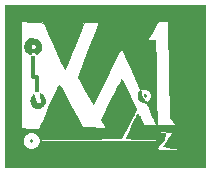
<source format=gbr>
G04 #@! TF.GenerationSoftware,KiCad,Pcbnew,(6.0.10)*
G04 #@! TF.CreationDate,2023-06-06T06:07:39+02:00*
G04 #@! TF.ProjectId,RECOLOCADOR_ESP32_DEV_KIT_V1_VERSIONFINAL,5245434f-4c4f-4434-9144-4f525f455350,FINAL*
G04 #@! TF.SameCoordinates,Original*
G04 #@! TF.FileFunction,OtherDrawing,Comment*
%FSLAX46Y46*%
G04 Gerber Fmt 4.6, Leading zero omitted, Abs format (unit mm)*
G04 Created by KiCad (PCBNEW (6.0.10)) date 2023-06-06 06:07:39*
%MOMM*%
%LPD*%
G01*
G04 APERTURE LIST*
%ADD10C,0.000000*%
%ADD11C,0.070967*%
G04 APERTURE END LIST*
D10*
G36*
X159992154Y-77591110D02*
G01*
X160003530Y-77592899D01*
X160015498Y-77595609D01*
X160028045Y-77599254D01*
X160041160Y-77603850D01*
X160054829Y-77609409D01*
X160069043Y-77615947D01*
X160083789Y-77623478D01*
X160090671Y-77627288D01*
X160097315Y-77631223D01*
X160103722Y-77635281D01*
X160109890Y-77639461D01*
X160115817Y-77643762D01*
X160121504Y-77648181D01*
X160126950Y-77652718D01*
X160132153Y-77657371D01*
X160137112Y-77662138D01*
X160141828Y-77667018D01*
X160146298Y-77672009D01*
X160150523Y-77677110D01*
X160154501Y-77682319D01*
X160158231Y-77687635D01*
X160161713Y-77693056D01*
X160164946Y-77698580D01*
X160167928Y-77704207D01*
X160170660Y-77709934D01*
X160173140Y-77715760D01*
X160175367Y-77721684D01*
X160177340Y-77727704D01*
X160179059Y-77733818D01*
X160180523Y-77740025D01*
X160181731Y-77746324D01*
X160182682Y-77752712D01*
X160183375Y-77759189D01*
X160183809Y-77765753D01*
X160183984Y-77772402D01*
X160183899Y-77779134D01*
X160183552Y-77785949D01*
X160182944Y-77792845D01*
X160182072Y-77799819D01*
X160179456Y-77815138D01*
X160176152Y-77829483D01*
X160172197Y-77842853D01*
X160167626Y-77855248D01*
X160162475Y-77866668D01*
X160156779Y-77877112D01*
X160150574Y-77886579D01*
X160143895Y-77895068D01*
X160136779Y-77902580D01*
X160129261Y-77909112D01*
X160121377Y-77914666D01*
X160113163Y-77919240D01*
X160104653Y-77922833D01*
X160095885Y-77925446D01*
X160086893Y-77927076D01*
X160077713Y-77927725D01*
X160068381Y-77927390D01*
X160058932Y-77926072D01*
X160049403Y-77923771D01*
X160039828Y-77920484D01*
X160030245Y-77916212D01*
X160020687Y-77910954D01*
X160011192Y-77904710D01*
X160001794Y-77897479D01*
X159992529Y-77889260D01*
X159983434Y-77880053D01*
X159974543Y-77869856D01*
X159965892Y-77858671D01*
X159957518Y-77846495D01*
X159949455Y-77833328D01*
X159941740Y-77819170D01*
X159934408Y-77804020D01*
X159934408Y-77804022D01*
X159927166Y-77787422D01*
X159920810Y-77771386D01*
X159915329Y-77755929D01*
X159910711Y-77741064D01*
X159906945Y-77726806D01*
X159904017Y-77713170D01*
X159901918Y-77700168D01*
X159900634Y-77687817D01*
X159900154Y-77676130D01*
X159900466Y-77665121D01*
X159901558Y-77654805D01*
X159903419Y-77645195D01*
X159906036Y-77636307D01*
X159909398Y-77628155D01*
X159913493Y-77620752D01*
X159918309Y-77614114D01*
X159923835Y-77608254D01*
X159930058Y-77603186D01*
X159936966Y-77598926D01*
X159944549Y-77595486D01*
X159952793Y-77592883D01*
X159961687Y-77591129D01*
X159971220Y-77590240D01*
X159981380Y-77590228D01*
X159992154Y-77591110D01*
G37*
G36*
X149795028Y-73503088D02*
G01*
X149805111Y-73450139D01*
X149818877Y-73397990D01*
X149836237Y-73346877D01*
X149857101Y-73297036D01*
X149881381Y-73248702D01*
X149908986Y-73202112D01*
X149939828Y-73157500D01*
X149973817Y-73115103D01*
X150010865Y-73075156D01*
X150050881Y-73037895D01*
X150093777Y-73003556D01*
X150139463Y-72972374D01*
X150187851Y-72944585D01*
X150238851Y-72920424D01*
X150292373Y-72900128D01*
X150348329Y-72883931D01*
X150406630Y-72872071D01*
X150467185Y-72864782D01*
X150529906Y-72862300D01*
X150550016Y-72862646D01*
X150568078Y-72863798D01*
X150576380Y-72864730D01*
X150584218Y-72865929D01*
X150591607Y-72867414D01*
X150598564Y-72869209D01*
X150605104Y-72871334D01*
X150611243Y-72873811D01*
X150616997Y-72876661D01*
X150622382Y-72879905D01*
X150627415Y-72883566D01*
X150632110Y-72887665D01*
X150636484Y-72892223D01*
X150640552Y-72897261D01*
X150644332Y-72902801D01*
X150647838Y-72908865D01*
X150651086Y-72915474D01*
X150654093Y-72922649D01*
X150656874Y-72930411D01*
X150659446Y-72938784D01*
X150661823Y-72947786D01*
X150664023Y-72957442D01*
X150666061Y-72967770D01*
X150667953Y-72978794D01*
X150671361Y-73003013D01*
X150674377Y-73030270D01*
X150677127Y-73060737D01*
X150679239Y-73082972D01*
X150681768Y-73103873D01*
X150684686Y-73123436D01*
X150687967Y-73141654D01*
X150691582Y-73158524D01*
X150695504Y-73174041D01*
X150699706Y-73188198D01*
X150704161Y-73200992D01*
X150708842Y-73212417D01*
X150713721Y-73222469D01*
X150718772Y-73231142D01*
X150723966Y-73238432D01*
X150729276Y-73244333D01*
X150734676Y-73248840D01*
X150740138Y-73251950D01*
X150745634Y-73253656D01*
X150751138Y-73253953D01*
X150756622Y-73252838D01*
X150762059Y-73250304D01*
X150767422Y-73246346D01*
X150772683Y-73240961D01*
X150777816Y-73234143D01*
X150782792Y-73225886D01*
X150787584Y-73216186D01*
X150792166Y-73205038D01*
X150796511Y-73192437D01*
X150800590Y-73178379D01*
X150804376Y-73162857D01*
X150807843Y-73145867D01*
X150810962Y-73127404D01*
X150813708Y-73107464D01*
X150816052Y-73086041D01*
X150832720Y-72912907D01*
X150978587Y-73016773D01*
X150998035Y-73031296D01*
X151017031Y-73046823D01*
X151035553Y-73063305D01*
X151053583Y-73080695D01*
X151088085Y-73118006D01*
X151120379Y-73158373D01*
X151150306Y-73201411D01*
X151177708Y-73246739D01*
X151202425Y-73293971D01*
X151224301Y-73342725D01*
X151243176Y-73392618D01*
X151258892Y-73443265D01*
X151271291Y-73494284D01*
X151280214Y-73545291D01*
X151285503Y-73595902D01*
X151286735Y-73620939D01*
X151287000Y-73645734D01*
X151286276Y-73670238D01*
X151284545Y-73694404D01*
X151281787Y-73718183D01*
X151277981Y-73741528D01*
X151270782Y-73773459D01*
X151261229Y-73805572D01*
X151249492Y-73837731D01*
X151235738Y-73869802D01*
X151220138Y-73901651D01*
X151202862Y-73933142D01*
X151184078Y-73964141D01*
X151163956Y-73994514D01*
X151120375Y-74052839D01*
X151073475Y-74107041D01*
X151024610Y-74156043D01*
X150975136Y-74198765D01*
X150926407Y-74234132D01*
X150902746Y-74248720D01*
X150879779Y-74261065D01*
X150857676Y-74271033D01*
X150836607Y-74278487D01*
X150816740Y-74283295D01*
X150798245Y-74285321D01*
X150781292Y-74284430D01*
X150766050Y-74280488D01*
X150752688Y-74273361D01*
X150741376Y-74262912D01*
X150732282Y-74249008D01*
X150725577Y-74231515D01*
X150721430Y-74210296D01*
X150720010Y-74185218D01*
X150719904Y-74177377D01*
X150719577Y-74169911D01*
X150719014Y-74162812D01*
X150718201Y-74156072D01*
X150717123Y-74149683D01*
X150715766Y-74143636D01*
X150714115Y-74137924D01*
X150712155Y-74132537D01*
X150709872Y-74127468D01*
X150707252Y-74122707D01*
X150704280Y-74118248D01*
X150700941Y-74114081D01*
X150697221Y-74110198D01*
X150693106Y-74106592D01*
X150688580Y-74103253D01*
X150683630Y-74100173D01*
X150678240Y-74097344D01*
X150672397Y-74094758D01*
X150666085Y-74092406D01*
X150659290Y-74090281D01*
X150651998Y-74088373D01*
X150644194Y-74086675D01*
X150635864Y-74085177D01*
X150626992Y-74083873D01*
X150617566Y-74082753D01*
X150607569Y-74081810D01*
X150585806Y-74080418D01*
X150561589Y-74079632D01*
X150534802Y-74079385D01*
X150508014Y-74079632D01*
X150483797Y-74080418D01*
X150462035Y-74081810D01*
X150442611Y-74083873D01*
X150425409Y-74086675D01*
X150410313Y-74090281D01*
X150397207Y-74094758D01*
X150391363Y-74097345D01*
X150385974Y-74100173D01*
X150381023Y-74103253D01*
X150376498Y-74106592D01*
X150372382Y-74110199D01*
X150368662Y-74114082D01*
X150365323Y-74118249D01*
X150362351Y-74122708D01*
X150359731Y-74127468D01*
X150357448Y-74132538D01*
X150355489Y-74137924D01*
X150353837Y-74143637D01*
X150351402Y-74156073D01*
X150350026Y-74169911D01*
X150349594Y-74185218D01*
X150349248Y-74198245D01*
X150348218Y-74210366D01*
X150346511Y-74221583D01*
X150344135Y-74231898D01*
X150341099Y-74241309D01*
X150337411Y-74249819D01*
X150333079Y-74257428D01*
X150328111Y-74264137D01*
X150322516Y-74269946D01*
X150316302Y-74274857D01*
X150309477Y-74278869D01*
X150302050Y-74281985D01*
X150294029Y-74284203D01*
X150285421Y-74285526D01*
X150276236Y-74285955D01*
X150266481Y-74285488D01*
X150256165Y-74284129D01*
X150245296Y-74281876D01*
X150233882Y-74278732D01*
X150221932Y-74274696D01*
X150209453Y-74269770D01*
X150196454Y-74263955D01*
X150182944Y-74257250D01*
X150168930Y-74249657D01*
X150154421Y-74241177D01*
X150139425Y-74231809D01*
X150123951Y-74221556D01*
X150108006Y-74210418D01*
X150091598Y-74198395D01*
X150074737Y-74185489D01*
X150057430Y-74171699D01*
X150039686Y-74157028D01*
X150039684Y-74157028D01*
X149993770Y-74115121D01*
X149952699Y-74070950D01*
X149916381Y-74024752D01*
X149884728Y-73976761D01*
X149857650Y-73927214D01*
X149835059Y-73876347D01*
X149816864Y-73824394D01*
X149802976Y-73771592D01*
X149793307Y-73718176D01*
X149787767Y-73664382D01*
X149786266Y-73610445D01*
X149786337Y-73608878D01*
X150354029Y-73608878D01*
X150354117Y-73622985D01*
X150354527Y-73637017D01*
X150355250Y-73650869D01*
X150356282Y-73664439D01*
X150357615Y-73677623D01*
X150359242Y-73690317D01*
X150361157Y-73702418D01*
X150363353Y-73713822D01*
X150365824Y-73724425D01*
X150368563Y-73734125D01*
X150371564Y-73742817D01*
X150375976Y-73752319D01*
X150381564Y-73761022D01*
X150388256Y-73768936D01*
X150395979Y-73776068D01*
X150404664Y-73782428D01*
X150414237Y-73788026D01*
X150424628Y-73792870D01*
X150435766Y-73796969D01*
X150447577Y-73800333D01*
X150459992Y-73802972D01*
X150472938Y-73804893D01*
X150486344Y-73806106D01*
X150500139Y-73806620D01*
X150514250Y-73806444D01*
X150528606Y-73805588D01*
X150543136Y-73804060D01*
X150557768Y-73801870D01*
X150572431Y-73799027D01*
X150587053Y-73795540D01*
X150601562Y-73791417D01*
X150615888Y-73786669D01*
X150629958Y-73781304D01*
X150643700Y-73775331D01*
X150657044Y-73768760D01*
X150669918Y-73761600D01*
X150682250Y-73753859D01*
X150693969Y-73745546D01*
X150705003Y-73736672D01*
X150715280Y-73727245D01*
X150724730Y-73717274D01*
X150733280Y-73706769D01*
X150740859Y-73695738D01*
X150748267Y-73682993D01*
X150754564Y-73670239D01*
X150759769Y-73657503D01*
X150763904Y-73644811D01*
X150766988Y-73632192D01*
X150769044Y-73619673D01*
X150770091Y-73607279D01*
X150770150Y-73595039D01*
X150769242Y-73582980D01*
X150767388Y-73571129D01*
X150764607Y-73559513D01*
X150760922Y-73548159D01*
X150756353Y-73537094D01*
X150750920Y-73526346D01*
X150744644Y-73515941D01*
X150737545Y-73505907D01*
X150729645Y-73496271D01*
X150720965Y-73487060D01*
X150711524Y-73478301D01*
X150701343Y-73470021D01*
X150690444Y-73462247D01*
X150678847Y-73455007D01*
X150666572Y-73448328D01*
X150653641Y-73442237D01*
X150640073Y-73436761D01*
X150625891Y-73431926D01*
X150611113Y-73427761D01*
X150595762Y-73424293D01*
X150579858Y-73421548D01*
X150563421Y-73419554D01*
X150546472Y-73418337D01*
X150529032Y-73417926D01*
X150507527Y-73418248D01*
X150487876Y-73419259D01*
X150469992Y-73421021D01*
X150453788Y-73423596D01*
X150439176Y-73427047D01*
X150432440Y-73429121D01*
X150426070Y-73431438D01*
X150420054Y-73434005D01*
X150414382Y-73436831D01*
X150409043Y-73439923D01*
X150404025Y-73443289D01*
X150399319Y-73446937D01*
X150394913Y-73450875D01*
X150390795Y-73455110D01*
X150386957Y-73459651D01*
X150383385Y-73464506D01*
X150380071Y-73469681D01*
X150377001Y-73475186D01*
X150374167Y-73481028D01*
X150371556Y-73487214D01*
X150369159Y-73493754D01*
X150364959Y-73507921D01*
X150361481Y-73523594D01*
X150358636Y-73540835D01*
X150357019Y-73553766D01*
X150355757Y-73567140D01*
X150354842Y-73580852D01*
X150354269Y-73594799D01*
X150354029Y-73608878D01*
X149786337Y-73608878D01*
X149788716Y-73556602D01*
X149795028Y-73503088D01*
G37*
G36*
X150667090Y-76030604D02*
G01*
X150839070Y-76047184D01*
X151011048Y-76063764D01*
X151011048Y-77439598D01*
X150867352Y-77456158D01*
X150723655Y-77472718D01*
X150708603Y-76900535D01*
X150693549Y-76328341D01*
X150548028Y-76311601D01*
X150402507Y-76294860D01*
X150402507Y-74396891D01*
X150667090Y-74396891D01*
X150667090Y-76030604D01*
G37*
G36*
X151159374Y-77551650D02*
G01*
X151165394Y-77552645D01*
X151171895Y-77554261D01*
X151186434Y-77559253D01*
X151203184Y-77566428D01*
X151222334Y-77575584D01*
X151244076Y-77586521D01*
X151284618Y-77609103D01*
X151322758Y-77634236D01*
X151358487Y-77661755D01*
X151391798Y-77691492D01*
X151422680Y-77723284D01*
X151451125Y-77756963D01*
X151477125Y-77792363D01*
X151500669Y-77829320D01*
X151521751Y-77867666D01*
X151540360Y-77907236D01*
X151556487Y-77947864D01*
X151570125Y-77989384D01*
X151581263Y-78031631D01*
X151589894Y-78074438D01*
X151596008Y-78117639D01*
X151599596Y-78161069D01*
X151600650Y-78204561D01*
X151599161Y-78247950D01*
X151595119Y-78291069D01*
X151588517Y-78333753D01*
X151579345Y-78375837D01*
X151567593Y-78417153D01*
X151553255Y-78457536D01*
X151536320Y-78496820D01*
X151516779Y-78534840D01*
X151494625Y-78571429D01*
X151469847Y-78606421D01*
X151442437Y-78639651D01*
X151412387Y-78670952D01*
X151379687Y-78700159D01*
X151344329Y-78727106D01*
X151306303Y-78751626D01*
X151270183Y-78770814D01*
X151231179Y-78787561D01*
X151189693Y-78801863D01*
X151146129Y-78813712D01*
X151100889Y-78823102D01*
X151054377Y-78830028D01*
X151006995Y-78834483D01*
X150959146Y-78836461D01*
X150911233Y-78835956D01*
X150863660Y-78832961D01*
X150816828Y-78827471D01*
X150771142Y-78819478D01*
X150727004Y-78808978D01*
X150684816Y-78795963D01*
X150644982Y-78780428D01*
X150607905Y-78762367D01*
X150607903Y-78762345D01*
X150579992Y-78745845D01*
X150553384Y-78727449D01*
X150528095Y-78707256D01*
X150504142Y-78685367D01*
X150481543Y-78661880D01*
X150460313Y-78636896D01*
X150440470Y-78610514D01*
X150422030Y-78582833D01*
X150405010Y-78553954D01*
X150389426Y-78523976D01*
X150375297Y-78492999D01*
X150362638Y-78461122D01*
X150351465Y-78428445D01*
X150341797Y-78395068D01*
X150333649Y-78361090D01*
X150327039Y-78326612D01*
X150321983Y-78291731D01*
X150318497Y-78256549D01*
X150316600Y-78221165D01*
X150316306Y-78185679D01*
X150317634Y-78150190D01*
X150320600Y-78114798D01*
X150325221Y-78079602D01*
X150331513Y-78044703D01*
X150339493Y-78010199D01*
X150349179Y-77976191D01*
X150360586Y-77942778D01*
X150373731Y-77910060D01*
X150388632Y-77878136D01*
X150405305Y-77847106D01*
X150423767Y-77817071D01*
X150444034Y-77788128D01*
X150471554Y-77752456D01*
X150497200Y-77721680D01*
X150509324Y-77708129D01*
X150520985Y-77695803D01*
X150532185Y-77684701D01*
X150542924Y-77674825D01*
X150553206Y-77666173D01*
X150563030Y-77658746D01*
X150572400Y-77652545D01*
X150581317Y-77647570D01*
X150589782Y-77643820D01*
X150597797Y-77641295D01*
X150605364Y-77639997D01*
X150612485Y-77639924D01*
X150619161Y-77641078D01*
X150625394Y-77643458D01*
X150631186Y-77647064D01*
X150636538Y-77651897D01*
X150641453Y-77657956D01*
X150645931Y-77665242D01*
X150649974Y-77673756D01*
X150653585Y-77683496D01*
X150656764Y-77694463D01*
X150659514Y-77706658D01*
X150661837Y-77720080D01*
X150663733Y-77734730D01*
X150665205Y-77750608D01*
X150666254Y-77767713D01*
X150666883Y-77786047D01*
X150667092Y-77805609D01*
X150667385Y-77827554D01*
X150668257Y-77848280D01*
X150669700Y-77867759D01*
X150671703Y-77885965D01*
X150674256Y-77902870D01*
X150677349Y-77918447D01*
X150680973Y-77932669D01*
X150685117Y-77945510D01*
X150689773Y-77956941D01*
X150694929Y-77966936D01*
X150700577Y-77975467D01*
X150706706Y-77982508D01*
X150713307Y-77988032D01*
X150716781Y-77990216D01*
X150720370Y-77992011D01*
X150724071Y-77993413D01*
X150727884Y-77994418D01*
X150731808Y-77995024D01*
X150735841Y-77995227D01*
X150740120Y-77995391D01*
X150744218Y-77995887D01*
X150748135Y-77996714D01*
X150751871Y-77997873D01*
X150755425Y-77999367D01*
X150758800Y-78001195D01*
X150761994Y-78003359D01*
X150765009Y-78005861D01*
X150767844Y-78008700D01*
X150770499Y-78011879D01*
X150772976Y-78015398D01*
X150775275Y-78019259D01*
X150777395Y-78023462D01*
X150779337Y-78028009D01*
X150781101Y-78032900D01*
X150782688Y-78038137D01*
X150784098Y-78043722D01*
X150785331Y-78049654D01*
X150786387Y-78055936D01*
X150787268Y-78062567D01*
X150787972Y-78069550D01*
X150788501Y-78076886D01*
X150788855Y-78084575D01*
X150789034Y-78092618D01*
X150789038Y-78101018D01*
X150788868Y-78109774D01*
X150788523Y-78118888D01*
X150788005Y-78128361D01*
X150787314Y-78138194D01*
X150786449Y-78148388D01*
X150785412Y-78158945D01*
X150784202Y-78169865D01*
X150781471Y-78195776D01*
X150779659Y-78219411D01*
X150778844Y-78240934D01*
X150779104Y-78260512D01*
X150780518Y-78278310D01*
X150781681Y-78286594D01*
X150783162Y-78294494D01*
X150784971Y-78302033D01*
X150787116Y-78309231D01*
X150789609Y-78316108D01*
X150792458Y-78322685D01*
X150795673Y-78328983D01*
X150799265Y-78335022D01*
X150803242Y-78340824D01*
X150807615Y-78346409D01*
X150812394Y-78351798D01*
X150817588Y-78357011D01*
X150823206Y-78362070D01*
X150829260Y-78366994D01*
X150842710Y-78376524D01*
X150858016Y-78385767D01*
X150875257Y-78394887D01*
X150894509Y-78404052D01*
X150913236Y-78412252D01*
X150930885Y-78419247D01*
X150947585Y-78425030D01*
X150963465Y-78429588D01*
X150978655Y-78432912D01*
X150993284Y-78434993D01*
X151000429Y-78435564D01*
X151007482Y-78435820D01*
X151014460Y-78435760D01*
X151021378Y-78435383D01*
X151028253Y-78434687D01*
X151035100Y-78433671D01*
X151041937Y-78432335D01*
X151048780Y-78430676D01*
X151062545Y-78426386D01*
X151076526Y-78420792D01*
X151090851Y-78413884D01*
X151105651Y-78405651D01*
X151121054Y-78396084D01*
X151137190Y-78385173D01*
X151149279Y-78376370D01*
X151160652Y-78367404D01*
X151171307Y-78358278D01*
X151181245Y-78348997D01*
X151190464Y-78339565D01*
X151198965Y-78329988D01*
X151206746Y-78320269D01*
X151213809Y-78310413D01*
X151220151Y-78300425D01*
X151225774Y-78290309D01*
X151230676Y-78280069D01*
X151234857Y-78269711D01*
X151238317Y-78259238D01*
X151241055Y-78248655D01*
X151243071Y-78237966D01*
X151244365Y-78227177D01*
X151244935Y-78216291D01*
X151244783Y-78205314D01*
X151243907Y-78194248D01*
X151242307Y-78183101D01*
X151239983Y-78171874D01*
X151236933Y-78160574D01*
X151233159Y-78149204D01*
X151228659Y-78137770D01*
X151223433Y-78126275D01*
X151217481Y-78114724D01*
X151210803Y-78103122D01*
X151203397Y-78091473D01*
X151195263Y-78079782D01*
X151186402Y-78068053D01*
X151176812Y-78056290D01*
X151166494Y-78044499D01*
X151156739Y-78032769D01*
X151147714Y-78019958D01*
X151139424Y-78006082D01*
X151131872Y-77991162D01*
X151125064Y-77975215D01*
X151119002Y-77958261D01*
X151113691Y-77940319D01*
X151109135Y-77921407D01*
X151105338Y-77901544D01*
X151102304Y-77880748D01*
X151100037Y-77859039D01*
X151098541Y-77836436D01*
X151097820Y-77812956D01*
X151097878Y-77788620D01*
X151098720Y-77763445D01*
X151100349Y-77737451D01*
X151106070Y-77668408D01*
X151109003Y-77640565D01*
X151112239Y-77616906D01*
X151115967Y-77597232D01*
X151118076Y-77588827D01*
X151120379Y-77581343D01*
X151122901Y-77574755D01*
X151125666Y-77569038D01*
X151128697Y-77564166D01*
X151132018Y-77560116D01*
X151135653Y-77556861D01*
X151139626Y-77554378D01*
X151143961Y-77552640D01*
X151148681Y-77551623D01*
X151153811Y-77551301D01*
X151159374Y-77551650D01*
G37*
G36*
X150425348Y-81462256D02*
G01*
X150435349Y-81463621D01*
X150445069Y-81465856D01*
X150454478Y-81468916D01*
X150463545Y-81472756D01*
X150472240Y-81477331D01*
X150480534Y-81482597D01*
X150488395Y-81488508D01*
X150495794Y-81495019D01*
X150502700Y-81502086D01*
X150509084Y-81509663D01*
X150514914Y-81517705D01*
X150520161Y-81526167D01*
X150524795Y-81535004D01*
X150528785Y-81544172D01*
X150532101Y-81553625D01*
X150534713Y-81563318D01*
X150536591Y-81573206D01*
X150537705Y-81583244D01*
X150538024Y-81593388D01*
X150537518Y-81603592D01*
X150536157Y-81613811D01*
X150533910Y-81624000D01*
X150530749Y-81634114D01*
X150526641Y-81644108D01*
X150521558Y-81653938D01*
X150515468Y-81663558D01*
X150508342Y-81672923D01*
X150495150Y-81688253D01*
X150482429Y-81701862D01*
X150470139Y-81713758D01*
X150464143Y-81719067D01*
X150458241Y-81723952D01*
X150452428Y-81728414D01*
X150446698Y-81732453D01*
X150441047Y-81736072D01*
X150435470Y-81739271D01*
X150429962Y-81742052D01*
X150424518Y-81744416D01*
X150419133Y-81746363D01*
X150413802Y-81747896D01*
X150408522Y-81749016D01*
X150403286Y-81749723D01*
X150398090Y-81750020D01*
X150392928Y-81749906D01*
X150387797Y-81749384D01*
X150382692Y-81748454D01*
X150377606Y-81747119D01*
X150372536Y-81745378D01*
X150367477Y-81743234D01*
X150362424Y-81740687D01*
X150357371Y-81737738D01*
X150352315Y-81734390D01*
X150347250Y-81730642D01*
X150342171Y-81726497D01*
X150337074Y-81721956D01*
X150331954Y-81717019D01*
X150326337Y-81710884D01*
X150321229Y-81704250D01*
X150316622Y-81697158D01*
X150312510Y-81689646D01*
X150308887Y-81681755D01*
X150305746Y-81673523D01*
X150303081Y-81664991D01*
X150300885Y-81656199D01*
X150299152Y-81647185D01*
X150297876Y-81637991D01*
X150297049Y-81628654D01*
X150296666Y-81619215D01*
X150297204Y-81600190D01*
X150299438Y-81581233D01*
X150303318Y-81562660D01*
X150305858Y-81553616D01*
X150308790Y-81544788D01*
X150312107Y-81536215D01*
X150315803Y-81527936D01*
X150319872Y-81519992D01*
X150324306Y-81512420D01*
X150329100Y-81505263D01*
X150334247Y-81498558D01*
X150339741Y-81492346D01*
X150345575Y-81486666D01*
X150351742Y-81481558D01*
X150358237Y-81477062D01*
X150365052Y-81473217D01*
X150372182Y-81470063D01*
X150383136Y-81466401D01*
X150393960Y-81463835D01*
X150404623Y-81462318D01*
X150415096Y-81461807D01*
X150425348Y-81462256D01*
G37*
G36*
X165113340Y-70057718D02*
G01*
X165113340Y-83763134D01*
X148180008Y-83763134D01*
X148180008Y-82295424D01*
X161047817Y-82295424D01*
X161049786Y-82298616D01*
X161054182Y-82301715D01*
X161061114Y-82304728D01*
X161070691Y-82307659D01*
X161083023Y-82310514D01*
X161116390Y-82316018D01*
X161162092Y-82321285D01*
X161221005Y-82326356D01*
X161294004Y-82331277D01*
X161381966Y-82336091D01*
X161485766Y-82340841D01*
X161606281Y-82345572D01*
X161900961Y-82355149D01*
X162273013Y-82365172D01*
X162729446Y-82375990D01*
X162829756Y-82377377D01*
X162920967Y-82376900D01*
X163001332Y-82374692D01*
X163069100Y-82370883D01*
X163122523Y-82365606D01*
X163143309Y-82362458D01*
X163159852Y-82358992D01*
X163171936Y-82355225D01*
X163179340Y-82351173D01*
X163181218Y-82349045D01*
X163181846Y-82346853D01*
X163181194Y-82344597D01*
X163179235Y-82342280D01*
X163179237Y-82342279D01*
X163170067Y-82337198D01*
X163153208Y-82331290D01*
X163129088Y-82324627D01*
X163098130Y-82317280D01*
X163017410Y-82300823D01*
X162914456Y-82282496D01*
X162792675Y-82262873D01*
X162655474Y-82242530D01*
X162506262Y-82222043D01*
X162348446Y-82201986D01*
X162191656Y-82181896D01*
X162045384Y-82161311D01*
X161912832Y-82140815D01*
X161797202Y-82120989D01*
X161701695Y-82102416D01*
X161629512Y-82085679D01*
X161583855Y-82071358D01*
X161571973Y-82065286D01*
X161567924Y-82060037D01*
X161569868Y-82052384D01*
X161575571Y-82039261D01*
X161584842Y-82020979D01*
X161597488Y-81997847D01*
X161632137Y-81938275D01*
X161677982Y-81863028D01*
X161733487Y-81774587D01*
X161797114Y-81675434D01*
X161867328Y-81568052D01*
X161942590Y-81454922D01*
X162086687Y-81236866D01*
X162202065Y-81055958D01*
X162245320Y-80985321D01*
X162277001Y-80931034D01*
X162295642Y-80895451D01*
X162299615Y-80885409D01*
X162299778Y-80880926D01*
X162279468Y-80872395D01*
X162239836Y-80864150D01*
X162183728Y-80856303D01*
X162113992Y-80848962D01*
X161945022Y-80836239D01*
X161755701Y-80826863D01*
X161568806Y-80821712D01*
X161407111Y-80821666D01*
X161342830Y-80823832D01*
X161293391Y-80827604D01*
X161261640Y-80833092D01*
X161253287Y-80836514D01*
X161250424Y-80840406D01*
X161250779Y-80843036D01*
X161251834Y-80845716D01*
X161253570Y-80848441D01*
X161255970Y-80851204D01*
X161259018Y-80854002D01*
X161262695Y-80856829D01*
X161266984Y-80859680D01*
X161271867Y-80862548D01*
X161277328Y-80865429D01*
X161283349Y-80868318D01*
X161297000Y-80874098D01*
X161312681Y-80879844D01*
X161330253Y-80885515D01*
X161349577Y-80891068D01*
X161370513Y-80896461D01*
X161392922Y-80901651D01*
X161416664Y-80906596D01*
X161441601Y-80911253D01*
X161467593Y-80915581D01*
X161494500Y-80919536D01*
X161522184Y-80923077D01*
X161577286Y-80930053D01*
X161629680Y-80937550D01*
X161678149Y-80945333D01*
X161721474Y-80953168D01*
X161758439Y-80960818D01*
X161787826Y-80968050D01*
X161808419Y-80974629D01*
X161815036Y-80977599D01*
X161818998Y-80980319D01*
X161820137Y-80981808D01*
X161820971Y-80983684D01*
X161821509Y-80985936D01*
X161821753Y-80988551D01*
X161821711Y-80991518D01*
X161821388Y-80994825D01*
X161820789Y-80998461D01*
X161819920Y-81002414D01*
X161817394Y-81011225D01*
X161813854Y-81021164D01*
X161809344Y-81032139D01*
X161803909Y-81044055D01*
X161797593Y-81056820D01*
X161790441Y-81070340D01*
X161782496Y-81084523D01*
X161773804Y-81099274D01*
X161764409Y-81114502D01*
X161754354Y-81130113D01*
X161743685Y-81146013D01*
X161732446Y-81162109D01*
X161721077Y-81178925D01*
X161710027Y-81196938D01*
X161699353Y-81215982D01*
X161689112Y-81235893D01*
X161679362Y-81256507D01*
X161670159Y-81277660D01*
X161661561Y-81299187D01*
X161653625Y-81320924D01*
X161646408Y-81342706D01*
X161639968Y-81364370D01*
X161634362Y-81385751D01*
X161629647Y-81406684D01*
X161625879Y-81427005D01*
X161623118Y-81446550D01*
X161621419Y-81465155D01*
X161620840Y-81482655D01*
X161620551Y-81504486D01*
X161619663Y-81524523D01*
X161618146Y-81542820D01*
X161615969Y-81559429D01*
X161613103Y-81574404D01*
X161609517Y-81587797D01*
X161605180Y-81599662D01*
X161602721Y-81605039D01*
X161600063Y-81610053D01*
X161597202Y-81614712D01*
X161594134Y-81619022D01*
X161590856Y-81622990D01*
X161587364Y-81626622D01*
X161583653Y-81629926D01*
X161579721Y-81632908D01*
X161575564Y-81635574D01*
X161571177Y-81637931D01*
X161566557Y-81639986D01*
X161561700Y-81641745D01*
X161556602Y-81643216D01*
X161551260Y-81644404D01*
X161539826Y-81645960D01*
X161527369Y-81646467D01*
X161519686Y-81647612D01*
X161510794Y-81650979D01*
X161500767Y-81656469D01*
X161489680Y-81663983D01*
X161477605Y-81673421D01*
X161464616Y-81684684D01*
X161436194Y-81712286D01*
X161405004Y-81745994D01*
X161371638Y-81785011D01*
X161336684Y-81828542D01*
X161300735Y-81875791D01*
X161264381Y-81925962D01*
X161228212Y-81978259D01*
X161192819Y-82031887D01*
X161158792Y-82086050D01*
X161126723Y-82139952D01*
X161097202Y-82192798D01*
X161070819Y-82243791D01*
X161048165Y-82292135D01*
X161047817Y-82295424D01*
X148180008Y-82295424D01*
X148180008Y-81567122D01*
X149676647Y-81567122D01*
X149676843Y-81602913D01*
X149679528Y-81638459D01*
X149684783Y-81673667D01*
X149693894Y-81712355D01*
X149706835Y-81752566D01*
X149723279Y-81793866D01*
X149742899Y-81835824D01*
X149765368Y-81878006D01*
X149790360Y-81919979D01*
X149817548Y-81961312D01*
X149846605Y-82001572D01*
X149877204Y-82040324D01*
X149909020Y-82077138D01*
X149941725Y-82111581D01*
X149974992Y-82143219D01*
X150008495Y-82171620D01*
X150041907Y-82196351D01*
X150074901Y-82216979D01*
X150107151Y-82233073D01*
X150146560Y-82247330D01*
X150190162Y-82258228D01*
X150237275Y-82265873D01*
X150287218Y-82270371D01*
X150339308Y-82271826D01*
X150392864Y-82270343D01*
X150447204Y-82266028D01*
X150501647Y-82258985D01*
X150555510Y-82249321D01*
X150608112Y-82237140D01*
X150658770Y-82222547D01*
X150706804Y-82205647D01*
X150751531Y-82186546D01*
X150792270Y-82165349D01*
X150828339Y-82142160D01*
X150844409Y-82129853D01*
X150859056Y-82117086D01*
X150859056Y-82117088D01*
X150898439Y-82079065D01*
X150934084Y-82041955D01*
X150966085Y-82005500D01*
X150994534Y-81969446D01*
X151019525Y-81933536D01*
X151030753Y-81915555D01*
X151041152Y-81897514D01*
X151050732Y-81879380D01*
X151059507Y-81861122D01*
X151067487Y-81842709D01*
X151074684Y-81824106D01*
X151081109Y-81805284D01*
X151086775Y-81786209D01*
X151091694Y-81766850D01*
X151095876Y-81747175D01*
X151099333Y-81727151D01*
X151102077Y-81706747D01*
X151104120Y-81685930D01*
X151105474Y-81664669D01*
X151106158Y-81620685D01*
X151104224Y-81574539D01*
X151099765Y-81525975D01*
X151092874Y-81474736D01*
X151086787Y-81439584D01*
X151079448Y-81405253D01*
X151070879Y-81371759D01*
X151061102Y-81339124D01*
X151050138Y-81307366D01*
X151038010Y-81276505D01*
X151024740Y-81246560D01*
X151010351Y-81217552D01*
X150994863Y-81189498D01*
X150978300Y-81162420D01*
X150960683Y-81136335D01*
X150942035Y-81111265D01*
X150922377Y-81087227D01*
X150901733Y-81064243D01*
X150880123Y-81042330D01*
X150857570Y-81021509D01*
X150834096Y-81001799D01*
X150809723Y-80983220D01*
X150784473Y-80965791D01*
X150758369Y-80949531D01*
X150731432Y-80934460D01*
X150703685Y-80920597D01*
X150675150Y-80907962D01*
X150645848Y-80896575D01*
X150615803Y-80886454D01*
X150585035Y-80877620D01*
X150553567Y-80870091D01*
X150521422Y-80863888D01*
X150488621Y-80859029D01*
X150455186Y-80855535D01*
X150421140Y-80853424D01*
X150386505Y-80852716D01*
X150350048Y-80854011D01*
X150313712Y-80857833D01*
X150277579Y-80864086D01*
X150241730Y-80872675D01*
X150206246Y-80883505D01*
X150171210Y-80896479D01*
X150136703Y-80911502D01*
X150102806Y-80928479D01*
X150069602Y-80947315D01*
X150037172Y-80967912D01*
X150005597Y-80990177D01*
X149974959Y-81014014D01*
X149945341Y-81039326D01*
X149916823Y-81066019D01*
X149889488Y-81093997D01*
X149863416Y-81123165D01*
X149838690Y-81153427D01*
X149815390Y-81184686D01*
X149793600Y-81216849D01*
X149773401Y-81249820D01*
X149754873Y-81283502D01*
X149738099Y-81317800D01*
X149723161Y-81352619D01*
X149710139Y-81387864D01*
X149699117Y-81423438D01*
X149690175Y-81459247D01*
X149683395Y-81495194D01*
X149678858Y-81531184D01*
X149676647Y-81567122D01*
X148180008Y-81567122D01*
X148180008Y-80535240D01*
X149608761Y-80535240D01*
X149913032Y-80538520D01*
X149982156Y-80539979D01*
X150062112Y-80542887D01*
X150243097Y-80552357D01*
X150433137Y-80565535D01*
X150609383Y-80581028D01*
X150736511Y-80593341D01*
X150788565Y-80597747D01*
X150833799Y-80600809D01*
X150872853Y-80602399D01*
X150906367Y-80602383D01*
X150934982Y-80600633D01*
X150959337Y-80597015D01*
X150980073Y-80591400D01*
X150997829Y-80583657D01*
X151013246Y-80573653D01*
X151026964Y-80561259D01*
X151039623Y-80546343D01*
X151051863Y-80528774D01*
X151077645Y-80485153D01*
X151108815Y-80421906D01*
X151168564Y-80293107D01*
X151359797Y-79870089D01*
X151623339Y-79278578D01*
X151931182Y-78581051D01*
X152237026Y-77892874D01*
X152495124Y-77326820D01*
X152678300Y-76941479D01*
X152733300Y-76834885D01*
X152759379Y-76795442D01*
X152765473Y-76797190D01*
X152774785Y-76805312D01*
X152802891Y-76840375D01*
X152843366Y-76900034D01*
X152895877Y-76983692D01*
X153035676Y-77220611D01*
X153219629Y-77546356D01*
X153445077Y-77956147D01*
X153709359Y-78445205D01*
X154009817Y-79008752D01*
X154343791Y-79642010D01*
X154749858Y-80415643D01*
X155675649Y-80453968D01*
X156037307Y-80466659D01*
X156337644Y-80472881D01*
X156545370Y-80472287D01*
X156604727Y-80469325D01*
X156621568Y-80467159D01*
X156629199Y-80464529D01*
X156630389Y-80462695D01*
X156631105Y-80460067D01*
X156631355Y-80456669D01*
X156631150Y-80452523D01*
X156629410Y-80442070D01*
X156625963Y-80428887D01*
X156620884Y-80413147D01*
X156614252Y-80395028D01*
X156606143Y-80374705D01*
X156596633Y-80352353D01*
X156585799Y-80328149D01*
X156573719Y-80302268D01*
X156560469Y-80274887D01*
X156546125Y-80246181D01*
X156530766Y-80216326D01*
X156514467Y-80185497D01*
X156497305Y-80153872D01*
X156479357Y-80121624D01*
X156301757Y-79806480D01*
X157147325Y-78080653D01*
X157480401Y-77410547D01*
X157762220Y-76861789D01*
X157874620Y-76650611D01*
X157963058Y-76491006D01*
X158023821Y-76390052D01*
X158042662Y-76363781D01*
X158053192Y-76354827D01*
X158076537Y-76382243D01*
X158122846Y-76459846D01*
X158270862Y-76737759D01*
X158470256Y-77132849D01*
X158694046Y-77589401D01*
X158915248Y-78051698D01*
X159106880Y-78464024D01*
X159241959Y-78770663D01*
X159279859Y-78866939D01*
X159293502Y-78915899D01*
X159290381Y-78928216D01*
X159281006Y-78952701D01*
X159244770Y-79035535D01*
X159187346Y-79159121D01*
X159111285Y-79318178D01*
X158913466Y-79721578D01*
X158671730Y-80203486D01*
X158048970Y-81432771D01*
X154596156Y-81433770D01*
X152776925Y-81436863D01*
X151732213Y-81448118D01*
X151436004Y-81458296D01*
X151256269Y-81472300D01*
X151167289Y-81490728D01*
X151148794Y-81501787D01*
X151143344Y-81514175D01*
X151145226Y-81520562D01*
X151151281Y-81526604D01*
X151162116Y-81532309D01*
X151178343Y-81537687D01*
X151200571Y-81542747D01*
X151229410Y-81547498D01*
X151309358Y-81556113D01*
X151423066Y-81563608D01*
X151575411Y-81570056D01*
X151771271Y-81575534D01*
X152015525Y-81580117D01*
X152313050Y-81583879D01*
X152668724Y-81586895D01*
X153574029Y-81590993D01*
X154770466Y-81593011D01*
X156297056Y-81593550D01*
X159015365Y-81590962D01*
X160578696Y-81580035D01*
X161297251Y-81556022D01*
X161436675Y-81537624D01*
X161481230Y-81514175D01*
X161481230Y-81514173D01*
X161483059Y-81507835D01*
X161483432Y-81501836D01*
X161483018Y-81498962D01*
X161482174Y-81496168D01*
X161480878Y-81493456D01*
X161479109Y-81490822D01*
X161476844Y-81488266D01*
X161474061Y-81485788D01*
X161466855Y-81481057D01*
X161457316Y-81476621D01*
X161445267Y-81472470D01*
X161430532Y-81468595D01*
X161412937Y-81464987D01*
X161392306Y-81461638D01*
X161368463Y-81458537D01*
X161341232Y-81455676D01*
X161310439Y-81453045D01*
X161275906Y-81450636D01*
X161237459Y-81448440D01*
X161148119Y-81444649D01*
X161041015Y-81441599D01*
X160914740Y-81439218D01*
X160767891Y-81437433D01*
X160599062Y-81436171D01*
X160406848Y-81435359D01*
X159946646Y-81434797D01*
X159083484Y-81432546D01*
X158808560Y-81428405D01*
X158618592Y-81421076D01*
X158498967Y-81409675D01*
X158460967Y-81402170D01*
X158435072Y-81393316D01*
X158419457Y-81383002D01*
X158412296Y-81371117D01*
X158411760Y-81357551D01*
X158416024Y-81342193D01*
X158498018Y-81144549D01*
X158627134Y-80858682D01*
X158957906Y-80163446D01*
X159125147Y-79824658D01*
X159270682Y-79538812D01*
X159377303Y-79341198D01*
X159410643Y-79286507D01*
X159427803Y-79267108D01*
X159430976Y-79267654D01*
X159434718Y-79269461D01*
X159439011Y-79272497D01*
X159443834Y-79276730D01*
X159455000Y-79288664D01*
X159468067Y-79305013D01*
X159482885Y-79325529D01*
X159499307Y-79349960D01*
X159517182Y-79378058D01*
X159536361Y-79409572D01*
X159556696Y-79444252D01*
X159578036Y-79481849D01*
X159600233Y-79522113D01*
X159623137Y-79564794D01*
X159646599Y-79609642D01*
X159670471Y-79656408D01*
X159694602Y-79704842D01*
X159718844Y-79754693D01*
X159953968Y-80244174D01*
X160443449Y-80259394D01*
X160541774Y-80261513D01*
X160633504Y-80261684D01*
X160716629Y-80260030D01*
X160789142Y-80256678D01*
X160849036Y-80251753D01*
X160894304Y-80245379D01*
X160910825Y-80241688D01*
X160922936Y-80237682D01*
X160930387Y-80233376D01*
X160932286Y-80231116D01*
X160932926Y-80228787D01*
X160931402Y-80220708D01*
X160926928Y-80206166D01*
X160909738Y-80159128D01*
X160882561Y-80090558D01*
X160846602Y-80003339D01*
X160803066Y-79900356D01*
X160753160Y-79784491D01*
X160698087Y-79658630D01*
X160639054Y-79525656D01*
X160232746Y-78616993D01*
X160213791Y-78575006D01*
X160196529Y-78537960D01*
X160180571Y-78505547D01*
X160165526Y-78477458D01*
X160151002Y-78453387D01*
X160143814Y-78442761D01*
X160136610Y-78433025D01*
X160129342Y-78424138D01*
X160121959Y-78416063D01*
X160114415Y-78408762D01*
X160106659Y-78402195D01*
X160098643Y-78396324D01*
X160090319Y-78391111D01*
X160081636Y-78386518D01*
X160072548Y-78382505D01*
X160063003Y-78379034D01*
X160052955Y-78376067D01*
X160042354Y-78373566D01*
X160031151Y-78371491D01*
X160006745Y-78368468D01*
X159979346Y-78366690D01*
X159948563Y-78365849D01*
X159914007Y-78365637D01*
X159884959Y-78364984D01*
X159856578Y-78363037D01*
X159828881Y-78359814D01*
X159801884Y-78355335D01*
X159775605Y-78349618D01*
X159750061Y-78342680D01*
X159725267Y-78334542D01*
X159701241Y-78325220D01*
X159677999Y-78314734D01*
X159655558Y-78303103D01*
X159633934Y-78290344D01*
X159613146Y-78276476D01*
X159593208Y-78261518D01*
X159574138Y-78245488D01*
X159555953Y-78228404D01*
X159538669Y-78210286D01*
X159522303Y-78191152D01*
X159506872Y-78171020D01*
X159492392Y-78149908D01*
X159478881Y-78127836D01*
X159466354Y-78104821D01*
X159454829Y-78080883D01*
X159444322Y-78056039D01*
X159434850Y-78030309D01*
X159426430Y-78003710D01*
X159419079Y-77976261D01*
X159412812Y-77947982D01*
X159407648Y-77918889D01*
X159403602Y-77889002D01*
X159400691Y-77858340D01*
X159398932Y-77826920D01*
X159398342Y-77794761D01*
X159398724Y-77760968D01*
X159399882Y-77728654D01*
X159401834Y-77697752D01*
X159404599Y-77668196D01*
X159408195Y-77639918D01*
X159412640Y-77612851D01*
X159417952Y-77586928D01*
X159424150Y-77562083D01*
X159431252Y-77538248D01*
X159439277Y-77515356D01*
X159448243Y-77493341D01*
X159458167Y-77472135D01*
X159469069Y-77451671D01*
X159480967Y-77431883D01*
X159493879Y-77412703D01*
X159507823Y-77394064D01*
X159566912Y-77318945D01*
X159689794Y-77318945D01*
X159690617Y-77330499D01*
X159692455Y-77342704D01*
X159695296Y-77355573D01*
X159699125Y-77369119D01*
X159703932Y-77383353D01*
X159716425Y-77413940D01*
X159732672Y-77447434D01*
X159742436Y-77467005D01*
X159751129Y-77485891D01*
X159758753Y-77504116D01*
X159765310Y-77521704D01*
X159770804Y-77538679D01*
X159775237Y-77555067D01*
X159778613Y-77570890D01*
X159780934Y-77586172D01*
X159782204Y-77600939D01*
X159782424Y-77615214D01*
X159781599Y-77629020D01*
X159779730Y-77642383D01*
X159776822Y-77655327D01*
X159772876Y-77667875D01*
X159767895Y-77680051D01*
X159761883Y-77691880D01*
X159756568Y-77702396D01*
X159752112Y-77713354D01*
X159748491Y-77724703D01*
X159745682Y-77736391D01*
X159743661Y-77748369D01*
X159742406Y-77760585D01*
X159741892Y-77772989D01*
X159742096Y-77785529D01*
X159742994Y-77798155D01*
X159744565Y-77810815D01*
X159746783Y-77823460D01*
X159749625Y-77836038D01*
X159757090Y-77860789D01*
X159766771Y-77884662D01*
X159778483Y-77907251D01*
X159785041Y-77917937D01*
X159792036Y-77928148D01*
X159799445Y-77937835D01*
X159807244Y-77946947D01*
X159815410Y-77955432D01*
X159823920Y-77963240D01*
X159832750Y-77970319D01*
X159841876Y-77976620D01*
X159851275Y-77982091D01*
X159860925Y-77986682D01*
X159870800Y-77990340D01*
X159880879Y-77993017D01*
X159891137Y-77994660D01*
X159901551Y-77995219D01*
X159905563Y-77995428D01*
X159909737Y-77996047D01*
X159914064Y-77997067D01*
X159918534Y-77998477D01*
X159923136Y-78000267D01*
X159927861Y-78002427D01*
X159932697Y-78004946D01*
X159937635Y-78007815D01*
X159942665Y-78011023D01*
X159947776Y-78014559D01*
X159958202Y-78022578D01*
X159968833Y-78031790D01*
X159979586Y-78042112D01*
X159990380Y-78053463D01*
X160001134Y-78065761D01*
X160011766Y-78078925D01*
X160022196Y-78092871D01*
X160032341Y-78107520D01*
X160042121Y-78122788D01*
X160051454Y-78138594D01*
X160060258Y-78154856D01*
X160072537Y-78178069D01*
X160084114Y-78198749D01*
X160095107Y-78216971D01*
X160105636Y-78232804D01*
X160115822Y-78246323D01*
X160120822Y-78252236D01*
X160125782Y-78257598D01*
X160130716Y-78262417D01*
X160135638Y-78266703D01*
X160140563Y-78270463D01*
X160145507Y-78273708D01*
X160150485Y-78276446D01*
X160155511Y-78278686D01*
X160160601Y-78280438D01*
X160165769Y-78281710D01*
X160171030Y-78282511D01*
X160176399Y-78282851D01*
X160181892Y-78282738D01*
X160187522Y-78282181D01*
X160193306Y-78281190D01*
X160199258Y-78279773D01*
X160205392Y-78277939D01*
X160211725Y-78275698D01*
X160225043Y-78270029D01*
X160239332Y-78262838D01*
X160249615Y-78256888D01*
X160260494Y-78249756D01*
X160271875Y-78241535D01*
X160283663Y-78232320D01*
X160295766Y-78222206D01*
X160308089Y-78211287D01*
X160320537Y-78199657D01*
X160333017Y-78187411D01*
X160345435Y-78174644D01*
X160357697Y-78161450D01*
X160369709Y-78147922D01*
X160381376Y-78134157D01*
X160392605Y-78120248D01*
X160403301Y-78106289D01*
X160413372Y-78092376D01*
X160422721Y-78078602D01*
X160443287Y-78044582D01*
X160461015Y-78009771D01*
X160475968Y-77974290D01*
X160488207Y-77938263D01*
X160497795Y-77901810D01*
X160504793Y-77865056D01*
X160509264Y-77828121D01*
X160511268Y-77791128D01*
X160510868Y-77754200D01*
X160508126Y-77717460D01*
X160503104Y-77681028D01*
X160495863Y-77645028D01*
X160486466Y-77609582D01*
X160474973Y-77574812D01*
X160461448Y-77540841D01*
X160445952Y-77507790D01*
X160428546Y-77475783D01*
X160409293Y-77444941D01*
X160388255Y-77415387D01*
X160365493Y-77387243D01*
X160341069Y-77360632D01*
X160315045Y-77335676D01*
X160287483Y-77312497D01*
X160258445Y-77291217D01*
X160227993Y-77271959D01*
X160196189Y-77254845D01*
X160163093Y-77239998D01*
X160128770Y-77227539D01*
X160093279Y-77217591D01*
X160056683Y-77210277D01*
X160019044Y-77205719D01*
X159980424Y-77204038D01*
X159929632Y-77204491D01*
X159884024Y-77206443D01*
X159843499Y-77209993D01*
X159807954Y-77215242D01*
X159792017Y-77218536D01*
X159777287Y-77222292D01*
X159763751Y-77226523D01*
X159751395Y-77231242D01*
X159740209Y-77236462D01*
X159730178Y-77242194D01*
X159721290Y-77248452D01*
X159713532Y-77255248D01*
X159706891Y-77262595D01*
X159701355Y-77270505D01*
X159696910Y-77278991D01*
X159693545Y-77288065D01*
X159691245Y-77297741D01*
X159690000Y-77308030D01*
X159689794Y-77318945D01*
X159566912Y-77318945D01*
X159617303Y-77254884D01*
X158833135Y-75508608D01*
X158526322Y-74830545D01*
X158270623Y-74275236D01*
X158092739Y-73899989D01*
X158041322Y-73797797D01*
X158019372Y-73762110D01*
X158017118Y-73763639D01*
X158013435Y-73768196D01*
X158001931Y-73786097D01*
X157963440Y-73854928D01*
X157906329Y-73963777D01*
X157833031Y-74107814D01*
X157745975Y-74282212D01*
X157647594Y-74482141D01*
X157540320Y-74702775D01*
X157426582Y-74939285D01*
X156651655Y-76551109D01*
X156105898Y-77666638D01*
X155774949Y-78314767D01*
X155685538Y-78472586D01*
X155644444Y-78524389D01*
X155641116Y-78522877D01*
X155636172Y-78518389D01*
X155621611Y-78500784D01*
X155601113Y-78472168D01*
X155575031Y-78433132D01*
X155507533Y-78326177D01*
X155421942Y-78184661D01*
X155321085Y-78013329D01*
X155207791Y-77816923D01*
X155084885Y-77600188D01*
X154955195Y-77367868D01*
X154314517Y-76211346D01*
X155216014Y-73897547D01*
X155551019Y-73034289D01*
X160246961Y-73034289D01*
X160247310Y-73036323D01*
X160248528Y-73038332D01*
X160250595Y-73040312D01*
X160253488Y-73042261D01*
X160257187Y-73044177D01*
X160261670Y-73046057D01*
X160272900Y-73049699D01*
X160287008Y-73053166D01*
X160303821Y-73056439D01*
X160323167Y-73059496D01*
X160344873Y-73062318D01*
X160368769Y-73064885D01*
X160394681Y-73067175D01*
X160422438Y-73069169D01*
X160451867Y-73070845D01*
X160482797Y-73072185D01*
X160515055Y-73073167D01*
X160548469Y-73073771D01*
X160582867Y-73073977D01*
X160920645Y-73073977D01*
X160952842Y-74224913D01*
X160985239Y-75745027D01*
X161017900Y-77783558D01*
X161048048Y-79495660D01*
X161062617Y-80025561D01*
X161074381Y-80230953D01*
X161076601Y-80232988D01*
X161080793Y-80234996D01*
X161094887Y-80238926D01*
X161116257Y-80242722D01*
X161144493Y-80246363D01*
X161219933Y-80253103D01*
X161317942Y-80258983D01*
X161435256Y-80263839D01*
X161568609Y-80267510D01*
X161714736Y-80269831D01*
X161870371Y-80270642D01*
X162642741Y-80270642D01*
X162543586Y-80151571D01*
X162491801Y-80090727D01*
X162424039Y-80013078D01*
X162349089Y-79928607D01*
X162275740Y-79847299D01*
X162106965Y-79662091D01*
X162048596Y-75957925D01*
X161990742Y-71841427D01*
X161991342Y-71429097D01*
X161584437Y-71444557D01*
X161177535Y-71460018D01*
X160713183Y-72227310D01*
X160532736Y-72528367D01*
X160384685Y-72780869D01*
X160284327Y-72958335D01*
X160256814Y-73010656D01*
X160246961Y-73034289D01*
X155551019Y-73034289D01*
X155852696Y-72256911D01*
X156117510Y-71561569D01*
X156116687Y-71560432D01*
X156114242Y-71559310D01*
X156104651Y-71557114D01*
X156089061Y-71554992D01*
X156067795Y-71552957D01*
X156009528Y-71549190D01*
X155932433Y-71545904D01*
X155839094Y-71543190D01*
X155732096Y-71541139D01*
X155614022Y-71539842D01*
X155487458Y-71539389D01*
X154857406Y-71539389D01*
X154563464Y-72293453D01*
X153777120Y-74313397D01*
X153581824Y-74806251D01*
X153414075Y-75212403D01*
X153346113Y-75369810D01*
X153291738Y-75489757D01*
X153253182Y-75566982D01*
X153240534Y-75587929D01*
X153232678Y-75596223D01*
X153228831Y-75594445D01*
X153222697Y-75587450D01*
X153203813Y-75558324D01*
X153141296Y-75443123D01*
X153049040Y-75258852D01*
X152930957Y-75013740D01*
X152790960Y-74716020D01*
X152632963Y-74373920D01*
X152460879Y-73995673D01*
X152278620Y-73589509D01*
X151376605Y-71565847D01*
X150492683Y-71551348D01*
X149608761Y-71536848D01*
X149608761Y-80535240D01*
X148180008Y-80535240D01*
X148180008Y-70057718D01*
X165113340Y-70057718D01*
G37*
D11*
X150601998Y-78717399D02*
X150601998Y-78717398D01*
X150601998Y-78717399D02*
X150601998Y-78717399D01*
X150639454Y-78737491D02*
X150601998Y-78717399D01*
X150677632Y-78754573D02*
X150639454Y-78737491D01*
X150716406Y-78768714D02*
X150677632Y-78754573D01*
X150755651Y-78779982D02*
X150716406Y-78768714D01*
X150795241Y-78788445D02*
X150755651Y-78779982D01*
X150835052Y-78794173D02*
X150795241Y-78788445D01*
X150874957Y-78797232D02*
X150835052Y-78794173D01*
X150914833Y-78797693D02*
X150874957Y-78797232D01*
X150954553Y-78795623D02*
X150914833Y-78797693D01*
X150993992Y-78791090D02*
X150954553Y-78795623D01*
X151033025Y-78784164D02*
X150993992Y-78791090D01*
X151071526Y-78774912D02*
X151033025Y-78784164D01*
X151109371Y-78763402D02*
X151071526Y-78774912D01*
X151146434Y-78749704D02*
X151109371Y-78763402D01*
X151182589Y-78733886D02*
X151146434Y-78749704D01*
X151217712Y-78716016D02*
X151182589Y-78733886D01*
X151251677Y-78696162D02*
X151217712Y-78716016D01*
X151284359Y-78674394D02*
X151251677Y-78696162D01*
X151315632Y-78650778D02*
X151284359Y-78674394D01*
X151345371Y-78625385D02*
X151315632Y-78650778D01*
X151373451Y-78598281D02*
X151345371Y-78625385D01*
X151399747Y-78569536D02*
X151373451Y-78598281D01*
X151424133Y-78539219D02*
X151399747Y-78569536D01*
X151446484Y-78507396D02*
X151424133Y-78539219D01*
X151466675Y-78474138D02*
X151446484Y-78507396D01*
X151484580Y-78439512D02*
X151466675Y-78474138D01*
X151500074Y-78403586D02*
X151484580Y-78439512D01*
X151513033Y-78366430D02*
X151500074Y-78403586D01*
X151523329Y-78328111D02*
X151513033Y-78366430D01*
X151530839Y-78288698D02*
X151523329Y-78328111D01*
X151535437Y-78248259D02*
X151530839Y-78288698D01*
X151536997Y-78206863D02*
X151535437Y-78248259D01*
X151536997Y-78206863D02*
X151536997Y-78206863D01*
X151536510Y-78181992D02*
X151536997Y-78206863D01*
X151535072Y-78157050D02*
X151536510Y-78181992D01*
X151532714Y-78132092D02*
X151535072Y-78157050D01*
X151529471Y-78107176D02*
X151532714Y-78132092D01*
X151525376Y-78082357D02*
X151529471Y-78107176D01*
X151520461Y-78057693D02*
X151525376Y-78082357D01*
X151514760Y-78033239D02*
X151520461Y-78057693D01*
X151508305Y-78009053D02*
X151514760Y-78033239D01*
X151501131Y-77985191D02*
X151508305Y-78009053D01*
X151493270Y-77961708D02*
X151501131Y-77985191D01*
X151484756Y-77938663D02*
X151493270Y-77961708D01*
X151475621Y-77916110D02*
X151484756Y-77938663D01*
X151465898Y-77894107D02*
X151475621Y-77916110D01*
X151455621Y-77872710D02*
X151465898Y-77894107D01*
X151444823Y-77851976D02*
X151455621Y-77872710D01*
X151433537Y-77831961D02*
X151444823Y-77851976D01*
X151421796Y-77812721D02*
X151433537Y-77831961D01*
X151409633Y-77794313D02*
X151421796Y-77812721D01*
X151397082Y-77776794D02*
X151409633Y-77794313D01*
X151384175Y-77760220D02*
X151397082Y-77776794D01*
X151370945Y-77744647D02*
X151384175Y-77760220D01*
X151357427Y-77730132D02*
X151370945Y-77744647D01*
X151343652Y-77716731D02*
X151357427Y-77730132D01*
X151329654Y-77704501D02*
X151343652Y-77716731D01*
X151315466Y-77693498D02*
X151329654Y-77704501D01*
X151301122Y-77683780D02*
X151315466Y-77693498D01*
X151286654Y-77675401D02*
X151301122Y-77683780D01*
X151272095Y-77668419D02*
X151286654Y-77675401D01*
X151257479Y-77662891D02*
X151272095Y-77668419D01*
X151242839Y-77658872D02*
X151257479Y-77662891D01*
X151228207Y-77656419D02*
X151242839Y-77658872D01*
X151213618Y-77655589D02*
X151228207Y-77656419D01*
X151213618Y-77655589D02*
X151213618Y-77655589D01*
X151202675Y-77656226D02*
X151213618Y-77655589D01*
X151192340Y-77658098D02*
X151202675Y-77656226D01*
X151182618Y-77661144D02*
X151192340Y-77658098D01*
X151173513Y-77665304D02*
X151182618Y-77661144D01*
X151165031Y-77670516D02*
X151173513Y-77665304D01*
X151157176Y-77676721D02*
X151165031Y-77670516D01*
X151149952Y-77683858D02*
X151157176Y-77676721D01*
X151143365Y-77691866D02*
X151149952Y-77683858D01*
X151137418Y-77700685D02*
X151143365Y-77691866D01*
X151132117Y-77710254D02*
X151137418Y-77700685D01*
X151127466Y-77720513D02*
X151132117Y-77710254D01*
X151123469Y-77731401D02*
X151127466Y-77720513D01*
X151120132Y-77742858D02*
X151123469Y-77731401D01*
X151117459Y-77754822D02*
X151120132Y-77742858D01*
X151115454Y-77767234D02*
X151117459Y-77754822D01*
X151114123Y-77780034D02*
X151115454Y-77767234D01*
X151113470Y-77793159D02*
X151114123Y-77780034D01*
X151113499Y-77806551D02*
X151113470Y-77793159D01*
X151114215Y-77820148D02*
X151113499Y-77806551D01*
X151115623Y-77833889D02*
X151114215Y-77820148D01*
X151117728Y-77847715D02*
X151115623Y-77833889D01*
X151120533Y-77861565D02*
X151117728Y-77847715D01*
X151124045Y-77875378D02*
X151120533Y-77861565D01*
X151128266Y-77889094D02*
X151124045Y-77875378D01*
X151133203Y-77902651D02*
X151128266Y-77889094D01*
X151138859Y-77915990D02*
X151133203Y-77902651D01*
X151145240Y-77929051D02*
X151138859Y-77915990D01*
X151152349Y-77941772D02*
X151145240Y-77929051D01*
X151160192Y-77954092D02*
X151152349Y-77941772D01*
X151168773Y-77965952D02*
X151160192Y-77954092D01*
X151178097Y-77977291D02*
X151168773Y-77965952D01*
X151188168Y-77988049D02*
X151178097Y-77977291D01*
X151188168Y-77988049D02*
X151188168Y-77988049D01*
X151195886Y-77996761D02*
X151188168Y-77988049D01*
X151203145Y-78006938D02*
X151195886Y-77996761D01*
X151209920Y-78018453D02*
X151203145Y-78006938D01*
X151216181Y-78031182D02*
X151209920Y-78018453D01*
X151221903Y-78044999D02*
X151216181Y-78031182D01*
X151227057Y-78059779D02*
X151221903Y-78044999D01*
X151231617Y-78075395D02*
X151227057Y-78059779D01*
X151235555Y-78091722D02*
X151231617Y-78075395D01*
X151238843Y-78108636D02*
X151235555Y-78091722D01*
X151241455Y-78126009D02*
X151238843Y-78108636D01*
X151243363Y-78143717D02*
X151241455Y-78126009D01*
X151244541Y-78161635D02*
X151243363Y-78143717D01*
X151244960Y-78179636D02*
X151244541Y-78161635D01*
X151244593Y-78197596D02*
X151244960Y-78179636D01*
X151243413Y-78215388D02*
X151244593Y-78197596D01*
X151241394Y-78232887D02*
X151243413Y-78215388D01*
X151241394Y-78232887D02*
X151241394Y-78232887D01*
X151237482Y-78256819D02*
X151241394Y-78232887D01*
X151232757Y-78278511D02*
X151237482Y-78256819D01*
X151227082Y-78298058D02*
X151232757Y-78278511D01*
X151223847Y-78307057D02*
X151227082Y-78298058D01*
X151220323Y-78315556D02*
X151223847Y-78307057D01*
X151216494Y-78323568D02*
X151220323Y-78315556D01*
X151212344Y-78331103D02*
X151216494Y-78323568D01*
X151207855Y-78338174D02*
X151212344Y-78331103D01*
X151203011Y-78344792D02*
X151207855Y-78338174D01*
X151197793Y-78350971D02*
X151203011Y-78344792D01*
X151192187Y-78356722D02*
X151197793Y-78350971D01*
X151186174Y-78362057D02*
X151192187Y-78356722D01*
X151179739Y-78366988D02*
X151186174Y-78362057D01*
X151172863Y-78371527D02*
X151179739Y-78366988D01*
X151165530Y-78375686D02*
X151172863Y-78371527D01*
X151157724Y-78379478D02*
X151165530Y-78375686D01*
X151149426Y-78382913D02*
X151157724Y-78379478D01*
X151140621Y-78386004D02*
X151149426Y-78382913D01*
X151131292Y-78388764D02*
X151140621Y-78386004D01*
X151110992Y-78393335D02*
X151131292Y-78388764D01*
X151088392Y-78396723D02*
X151110992Y-78393335D01*
X151063356Y-78399025D02*
X151088392Y-78396723D01*
X151035749Y-78400335D02*
X151063356Y-78399025D01*
X151005436Y-78400750D02*
X151035749Y-78400335D01*
X151005436Y-78400750D02*
X151005436Y-78400750D01*
X150975332Y-78400297D02*
X151005436Y-78400750D01*
X150947757Y-78398872D02*
X150975332Y-78400297D01*
X150922574Y-78396381D02*
X150947757Y-78398872D01*
X150910836Y-78394705D02*
X150922574Y-78396381D01*
X150899645Y-78392727D02*
X150910836Y-78394705D01*
X150888983Y-78390435D02*
X150899645Y-78392727D01*
X150878833Y-78387815D02*
X150888983Y-78390435D01*
X150869177Y-78384857D02*
X150878833Y-78387815D01*
X150859998Y-78381549D02*
X150869177Y-78384857D01*
X150851280Y-78377878D02*
X150859998Y-78381549D01*
X150843005Y-78373833D02*
X150851280Y-78377878D01*
X150835155Y-78369401D02*
X150843005Y-78373833D01*
X150827713Y-78364571D02*
X150835155Y-78369401D01*
X150820663Y-78359330D02*
X150827713Y-78364571D01*
X150813987Y-78353667D02*
X150820663Y-78359330D01*
X150807667Y-78347570D02*
X150813987Y-78353667D01*
X150801687Y-78341026D02*
X150807667Y-78347570D01*
X150796029Y-78334024D02*
X150801687Y-78341026D01*
X150790676Y-78326552D02*
X150796029Y-78334024D01*
X150785611Y-78318598D02*
X150790676Y-78326552D01*
X150780816Y-78310149D02*
X150785611Y-78318598D01*
X150776275Y-78301194D02*
X150780816Y-78310149D01*
X150771970Y-78291721D02*
X150776275Y-78301194D01*
X150767883Y-78281718D02*
X150771970Y-78291721D01*
X150763999Y-78271172D02*
X150767883Y-78281718D01*
X150756765Y-78248407D02*
X150763999Y-78271172D01*
X150750131Y-78223330D02*
X150756765Y-78248407D01*
X150750131Y-78223330D02*
X150750131Y-78223330D01*
X150726511Y-78129885D02*
X150750131Y-78223330D01*
X150703629Y-78047329D02*
X150726511Y-78129885D01*
X150681368Y-77975586D02*
X150703629Y-78047329D01*
X150670433Y-77943745D02*
X150681368Y-77975586D01*
X150659610Y-77914578D02*
X150670433Y-77943745D01*
X150648883Y-77888077D02*
X150659610Y-77914578D01*
X150638238Y-77864231D02*
X150648883Y-77888077D01*
X150627660Y-77843030D02*
X150638238Y-77864231D01*
X150617134Y-77824466D02*
X150627660Y-77843030D01*
X150606646Y-77808529D02*
X150617134Y-77824466D01*
X150596181Y-77795208D02*
X150606646Y-77808529D01*
X150585724Y-77784496D02*
X150596181Y-77795208D01*
X150575261Y-77776381D02*
X150585724Y-77784496D01*
X150564777Y-77770854D02*
X150575261Y-77776381D01*
X150554258Y-77767906D02*
X150564777Y-77770854D01*
X150543687Y-77767528D02*
X150554258Y-77767906D01*
X150533052Y-77769709D02*
X150543687Y-77767528D01*
X150522337Y-77774440D02*
X150533052Y-77769709D01*
X150511528Y-77781712D02*
X150522337Y-77774440D01*
X150500609Y-77791515D02*
X150511528Y-77781712D01*
X150489566Y-77803840D02*
X150500609Y-77791515D01*
X150478385Y-77818676D02*
X150489566Y-77803840D01*
X150467051Y-77836015D02*
X150478385Y-77818676D01*
X150455549Y-77855846D02*
X150467051Y-77836015D01*
X150443864Y-77878160D02*
X150455549Y-77855846D01*
X150431982Y-77902948D02*
X150443864Y-77878160D01*
X150419888Y-77930201D02*
X150431982Y-77902948D01*
X150395005Y-77992059D02*
X150419888Y-77930201D01*
X150395005Y-77992059D02*
X150395005Y-77992059D01*
X150387768Y-78013140D02*
X150395005Y-77992059D01*
X150381669Y-78035214D02*
X150387768Y-78013140D01*
X150376683Y-78058192D02*
X150381669Y-78035214D01*
X150372785Y-78081985D02*
X150376683Y-78058192D01*
X150369949Y-78106504D02*
X150372785Y-78081985D01*
X150368150Y-78131659D02*
X150369949Y-78106504D01*
X150367560Y-78183524D02*
X150368150Y-78131659D01*
X150370812Y-78236868D02*
X150367560Y-78183524D01*
X150377702Y-78290976D02*
X150370812Y-78236868D01*
X150388028Y-78345138D02*
X150377702Y-78290976D01*
X150401586Y-78398640D02*
X150388028Y-78345138D01*
X150418173Y-78450769D02*
X150401586Y-78398640D01*
X150437585Y-78500814D02*
X150418173Y-78450769D01*
X150459618Y-78548062D02*
X150437585Y-78500814D01*
X150484070Y-78591799D02*
X150459618Y-78548062D01*
X150497140Y-78612129D02*
X150484070Y-78591799D01*
X150510738Y-78631314D02*
X150497140Y-78612129D01*
X150524839Y-78649265D02*
X150510738Y-78631314D01*
X150539417Y-78665894D02*
X150524839Y-78649265D01*
X150554448Y-78681110D02*
X150539417Y-78665894D01*
X150569905Y-78694826D02*
X150554448Y-78681110D01*
X150585763Y-78706951D02*
X150569905Y-78694826D01*
X150601998Y-78717398D02*
X150585763Y-78706951D01*
X150017500Y-74030789D02*
X150017500Y-74030787D01*
X150017500Y-74030789D02*
X150017500Y-74030789D01*
X150036016Y-74052520D02*
X150017500Y-74030789D01*
X150054016Y-74073092D02*
X150036016Y-74052520D01*
X150071493Y-74092502D02*
X150054016Y-74073092D01*
X150088445Y-74110749D02*
X150071493Y-74092502D01*
X150104865Y-74127831D02*
X150088445Y-74110749D01*
X150120750Y-74143747D02*
X150104865Y-74127831D01*
X150136094Y-74158495D02*
X150120750Y-74143747D01*
X150150894Y-74172072D02*
X150136094Y-74158495D01*
X150165144Y-74184479D02*
X150150894Y-74172072D01*
X150178840Y-74195712D02*
X150165144Y-74184479D01*
X150191977Y-74205770D02*
X150178840Y-74195712D01*
X150204550Y-74214652D02*
X150191977Y-74205770D01*
X150216556Y-74222356D02*
X150204550Y-74214652D01*
X150227988Y-74228880D02*
X150216556Y-74222356D01*
X150238844Y-74234223D02*
X150227988Y-74228880D01*
X150249117Y-74238382D02*
X150238844Y-74234223D01*
X150258803Y-74241357D02*
X150249117Y-74238382D01*
X150267899Y-74243145D02*
X150258803Y-74241357D01*
X150276398Y-74243746D02*
X150267899Y-74243145D01*
X150284297Y-74243157D02*
X150276398Y-74243746D01*
X150291590Y-74241376D02*
X150284297Y-74243157D01*
X150295008Y-74240038D02*
X150291590Y-74241376D01*
X150298274Y-74238402D02*
X150295008Y-74240038D01*
X150301385Y-74236467D02*
X150298274Y-74238402D01*
X150304343Y-74234234D02*
X150301385Y-74236467D01*
X150309793Y-74228869D02*
X150304343Y-74234234D01*
X150314619Y-74222306D02*
X150309793Y-74228869D01*
X150318817Y-74214544D02*
X150314619Y-74222306D01*
X150322381Y-74205580D02*
X150318817Y-74214544D01*
X150325308Y-74195414D02*
X150322381Y-74205580D01*
X150327593Y-74184043D02*
X150325308Y-74195414D01*
X150329230Y-74171465D02*
X150327593Y-74184043D01*
X150330216Y-74157680D02*
X150329230Y-74171465D01*
X150330546Y-74142684D02*
X150330216Y-74157680D01*
X150330546Y-74142684D02*
X150330546Y-74142684D01*
X150331496Y-74129087D02*
X150330546Y-74142684D01*
X150334275Y-74116447D02*
X150331496Y-74129087D01*
X150338779Y-74104759D02*
X150334275Y-74116447D01*
X150344905Y-74094018D02*
X150338779Y-74104759D01*
X150352549Y-74084222D02*
X150344905Y-74094018D01*
X150361606Y-74075365D02*
X150352549Y-74084222D01*
X150371972Y-74067442D02*
X150361606Y-74075365D01*
X150383544Y-74060451D02*
X150371972Y-74067442D01*
X150396217Y-74054385D02*
X150383544Y-74060451D01*
X150409887Y-74049241D02*
X150396217Y-74054385D01*
X150424451Y-74045015D02*
X150409887Y-74049241D01*
X150439804Y-74041701D02*
X150424451Y-74045015D01*
X150455842Y-74039296D02*
X150439804Y-74041701D01*
X150472461Y-74037796D02*
X150455842Y-74039296D01*
X150489558Y-74037195D02*
X150472461Y-74037796D01*
X150507027Y-74037490D02*
X150489558Y-74037195D01*
X150524766Y-74038675D02*
X150507027Y-74037490D01*
X150542670Y-74040748D02*
X150524766Y-74038675D01*
X150560635Y-74043703D02*
X150542670Y-74040748D01*
X150578557Y-74047536D02*
X150560635Y-74043703D01*
X150596331Y-74052243D02*
X150578557Y-74047536D01*
X150613855Y-74057819D02*
X150596331Y-74052243D01*
X150631024Y-74064260D02*
X150613855Y-74057819D01*
X150647733Y-74071561D02*
X150631024Y-74064260D01*
X150663880Y-74079719D02*
X150647733Y-74071561D01*
X150679359Y-74088728D02*
X150663880Y-74079719D01*
X150694067Y-74098585D02*
X150679359Y-74088728D01*
X150707900Y-74109284D02*
X150694067Y-74098585D01*
X150720753Y-74120823D02*
X150707900Y-74109284D01*
X150732524Y-74133195D02*
X150720753Y-74120823D01*
X150743107Y-74146398D02*
X150732524Y-74133195D01*
X150752398Y-74160426D02*
X150743107Y-74146398D01*
X150752398Y-74160426D02*
X150752398Y-74160426D01*
X150764545Y-74179995D02*
X150752398Y-74160426D01*
X150776098Y-74196551D02*
X150764545Y-74179995D01*
X150781749Y-74203661D02*
X150776098Y-74196551D01*
X150787366Y-74209972D02*
X150781749Y-74203661D01*
X150792989Y-74215469D02*
X150787366Y-74209972D01*
X150798655Y-74220138D02*
X150792989Y-74215469D01*
X150804403Y-74223963D02*
X150798655Y-74220138D01*
X150810272Y-74226928D02*
X150804403Y-74223963D01*
X150816300Y-74229019D02*
X150810272Y-74226928D01*
X150822524Y-74230221D02*
X150816300Y-74229019D01*
X150828984Y-74230518D02*
X150822524Y-74230221D01*
X150835719Y-74229896D02*
X150828984Y-74230518D01*
X150842765Y-74228339D02*
X150835719Y-74229896D01*
X150850162Y-74225833D02*
X150842765Y-74228339D01*
X150857947Y-74222361D02*
X150850162Y-74225833D01*
X150866161Y-74217910D02*
X150857947Y-74222361D01*
X150874839Y-74212463D02*
X150866161Y-74217910D01*
X150884022Y-74206007D02*
X150874839Y-74212463D01*
X150904054Y-74190002D02*
X150884022Y-74206007D01*
X150926562Y-74169776D02*
X150904054Y-74190002D01*
X150951854Y-74145206D02*
X150926562Y-74169776D01*
X150980236Y-74116173D02*
X150951854Y-74145206D01*
X151012016Y-74082555D02*
X150980236Y-74116173D01*
X151047500Y-74044232D02*
X151012016Y-74082555D01*
X151047500Y-74044232D02*
X151047500Y-74044232D01*
X151080813Y-74007436D02*
X151047500Y-74044232D01*
X151110512Y-73973276D02*
X151080813Y-74007436D01*
X151136743Y-73941360D02*
X151110512Y-73973276D01*
X151159649Y-73911292D02*
X151136743Y-73941360D01*
X151179374Y-73882679D02*
X151159649Y-73911292D01*
X151196061Y-73855127D02*
X151179374Y-73882679D01*
X151209856Y-73828242D02*
X151196061Y-73855127D01*
X151215713Y-73814926D02*
X151209856Y-73828242D01*
X151220901Y-73801629D02*
X151215713Y-73814926D01*
X151225437Y-73788302D02*
X151220901Y-73801629D01*
X151229340Y-73774895D02*
X151225437Y-73788302D01*
X151232628Y-73761360D02*
X151229340Y-73774895D01*
X151235318Y-73747647D02*
X151232628Y-73761360D01*
X151237429Y-73733706D02*
X151235318Y-73747647D01*
X151238978Y-73719489D02*
X151237429Y-73733706D01*
X151240464Y-73690028D02*
X151238978Y-73719489D01*
X151239921Y-73658870D02*
X151240464Y-73690028D01*
X151237491Y-73625620D02*
X151239921Y-73658870D01*
X151233319Y-73589886D02*
X151237491Y-73625620D01*
X151227549Y-73551272D02*
X151233319Y-73589886D01*
X151227549Y-73551272D02*
X151227549Y-73551272D01*
X151222442Y-73524611D02*
X151227549Y-73551272D01*
X151215650Y-73496870D02*
X151222442Y-73524611D01*
X151207285Y-73468269D02*
X151215650Y-73496870D01*
X151197461Y-73439030D02*
X151207285Y-73468269D01*
X151186292Y-73409375D02*
X151197461Y-73439030D01*
X151173889Y-73379526D02*
X151186292Y-73409375D01*
X151160367Y-73349703D02*
X151173889Y-73379526D01*
X151145838Y-73320129D02*
X151160367Y-73349703D01*
X151130416Y-73291026D02*
X151145838Y-73320129D01*
X151114213Y-73262614D02*
X151130416Y-73291026D01*
X151097343Y-73235116D02*
X151114213Y-73262614D01*
X151079918Y-73208752D02*
X151097343Y-73235116D01*
X151062053Y-73183745D02*
X151079918Y-73208752D01*
X151043859Y-73160316D02*
X151062053Y-73183745D01*
X151025451Y-73138687D02*
X151043859Y-73160316D01*
X151006941Y-73119079D02*
X151025451Y-73138687D01*
X151006941Y-73119079D02*
X151006941Y-73119079D01*
X150947744Y-73060209D02*
X151006941Y-73119079D01*
X150923783Y-73036998D02*
X150947744Y-73060209D01*
X150903233Y-73017892D02*
X150923783Y-73036998D01*
X150885830Y-73002862D02*
X150903233Y-73017892D01*
X150878227Y-72996866D02*
X150885830Y-73002862D01*
X150871313Y-72991876D02*
X150878227Y-72996866D01*
X150865056Y-72987890D02*
X150871313Y-72991876D01*
X150859422Y-72984903D02*
X150865056Y-72987890D01*
X150854378Y-72982911D02*
X150859422Y-72984903D01*
X150849893Y-72981910D02*
X150854378Y-72982911D01*
X150845933Y-72981897D02*
X150849893Y-72981910D01*
X150842465Y-72982867D02*
X150845933Y-72981897D01*
X150839457Y-72984817D02*
X150842465Y-72982867D01*
X150836877Y-72987743D02*
X150839457Y-72984817D01*
X150834691Y-72991640D02*
X150836877Y-72987743D01*
X150832866Y-72996505D02*
X150834691Y-72991640D01*
X150831371Y-73002335D02*
X150832866Y-72996505D01*
X150830172Y-73009124D02*
X150831371Y-73002335D01*
X150829236Y-73016869D02*
X150830172Y-73009124D01*
X150828532Y-73025566D02*
X150829236Y-73016869D01*
X150827684Y-73045801D02*
X150828532Y-73025566D01*
X150827320Y-73097523D02*
X150827684Y-73045801D01*
X150827320Y-73097523D02*
X150827320Y-73097523D01*
X150826950Y-73116939D02*
X150827320Y-73097523D01*
X150825863Y-73135025D02*
X150826950Y-73116939D01*
X150824098Y-73151783D02*
X150825863Y-73135025D01*
X150821689Y-73167219D02*
X150824098Y-73151783D01*
X150818676Y-73181336D02*
X150821689Y-73167219D01*
X150815094Y-73194138D02*
X150818676Y-73181336D01*
X150810981Y-73205629D02*
X150815094Y-73194138D01*
X150806374Y-73215813D02*
X150810981Y-73205629D01*
X150801309Y-73224693D02*
X150806374Y-73215813D01*
X150795823Y-73232274D02*
X150801309Y-73224693D01*
X150789954Y-73238559D02*
X150795823Y-73232274D01*
X150783738Y-73243553D02*
X150789954Y-73238559D01*
X150777213Y-73247259D02*
X150783738Y-73243553D01*
X150770415Y-73249681D02*
X150777213Y-73247259D01*
X150763382Y-73250823D02*
X150770415Y-73249681D01*
X150756149Y-73250688D02*
X150763382Y-73250823D01*
X150748755Y-73249282D02*
X150756149Y-73250688D01*
X150741236Y-73246607D02*
X150748755Y-73249282D01*
X150733629Y-73242668D02*
X150741236Y-73246607D01*
X150725971Y-73237469D02*
X150733629Y-73242668D01*
X150718299Y-73231012D02*
X150725971Y-73237469D01*
X150710651Y-73223303D02*
X150718299Y-73231012D01*
X150703062Y-73214346D02*
X150710651Y-73223303D01*
X150695570Y-73204143D02*
X150703062Y-73214346D01*
X150688212Y-73192699D02*
X150695570Y-73204143D01*
X150681025Y-73180018D02*
X150688212Y-73192699D01*
X150674046Y-73166103D02*
X150681025Y-73180018D01*
X150667311Y-73150960D02*
X150674046Y-73166103D01*
X150660858Y-73134590D02*
X150667311Y-73150960D01*
X150654724Y-73117000D02*
X150660858Y-73134590D01*
X150648945Y-73098191D02*
X150654724Y-73117000D01*
X150643560Y-73078169D02*
X150648945Y-73098191D01*
X150643560Y-73078169D02*
X150643560Y-73078169D01*
X150641152Y-73069074D02*
X150643560Y-73078169D01*
X150638528Y-73060095D02*
X150641152Y-73069074D01*
X150635697Y-73051243D02*
X150638528Y-73060095D01*
X150632667Y-73042529D02*
X150635697Y-73051243D01*
X150626047Y-73025560D02*
X150632667Y-73042529D01*
X150618740Y-73009280D02*
X150626047Y-73025560D01*
X150610819Y-72993779D02*
X150618740Y-73009280D01*
X150602354Y-72979149D02*
X150610819Y-72993779D01*
X150593417Y-72965481D02*
X150602354Y-72979149D01*
X150588795Y-72959036D02*
X150593417Y-72965481D01*
X150584081Y-72952866D02*
X150588795Y-72959036D01*
X150579286Y-72946981D02*
X150584081Y-72952866D01*
X150574417Y-72941394D02*
X150579286Y-72946981D01*
X150569485Y-72936115D02*
X150574417Y-72941394D01*
X150564497Y-72931156D02*
X150569485Y-72936115D01*
X150559463Y-72926529D02*
X150564497Y-72931156D01*
X150554392Y-72922244D02*
X150559463Y-72926529D01*
X150549293Y-72918313D02*
X150554392Y-72922244D01*
X150544174Y-72914748D02*
X150549293Y-72918313D01*
X150539046Y-72911560D02*
X150544174Y-72914748D01*
X150533916Y-72908760D02*
X150539046Y-72911560D01*
X150528793Y-72906359D02*
X150533916Y-72908760D01*
X150523688Y-72904370D02*
X150528793Y-72906359D01*
X150518608Y-72902803D02*
X150523688Y-72904370D01*
X150513562Y-72901669D02*
X150518608Y-72902803D01*
X150508561Y-72900981D02*
X150513562Y-72901669D01*
X150503611Y-72900749D02*
X150508561Y-72900981D01*
X150503611Y-72900749D02*
X150503611Y-72900749D01*
X150484957Y-72901260D02*
X150503611Y-72900749D01*
X150465895Y-72902773D02*
X150484957Y-72901260D01*
X150446469Y-72905259D02*
X150465895Y-72902773D01*
X150426729Y-72908686D02*
X150446469Y-72905259D01*
X150406719Y-72913027D02*
X150426729Y-72908686D01*
X150386487Y-72918250D02*
X150406719Y-72913027D01*
X150366078Y-72924325D02*
X150386487Y-72918250D01*
X150345540Y-72931224D02*
X150366078Y-72924325D01*
X150304263Y-72947370D02*
X150345540Y-72931224D01*
X150263027Y-72966448D02*
X150304263Y-72947370D01*
X150222205Y-72988219D02*
X150263027Y-72966448D01*
X150182169Y-73012444D02*
X150222205Y-72988219D01*
X150143292Y-73038883D02*
X150182169Y-73012444D01*
X150105946Y-73067298D02*
X150143292Y-73038883D01*
X150070505Y-73097450D02*
X150105946Y-73067298D01*
X150037341Y-73129098D02*
X150070505Y-73097450D01*
X150006825Y-73162005D02*
X150037341Y-73129098D01*
X149992678Y-73178855D02*
X150006825Y-73162005D01*
X149979332Y-73195930D02*
X149992678Y-73178855D01*
X149966835Y-73213200D02*
X149979332Y-73195930D01*
X149955233Y-73230634D02*
X149966835Y-73213200D01*
X149944573Y-73248204D02*
X149955233Y-73230634D01*
X149934901Y-73265879D02*
X149944573Y-73248204D01*
X149934901Y-73265879D02*
X149934901Y-73265879D01*
X149909010Y-73319244D02*
X149934901Y-73265879D01*
X149887208Y-73371383D02*
X149909010Y-73319244D01*
X149869504Y-73422400D02*
X149887208Y-73371383D01*
X149855912Y-73472399D02*
X149869504Y-73422400D01*
X149850660Y-73497049D02*
X149855912Y-73472399D01*
X149846440Y-73521484D02*
X149850660Y-73497049D01*
X149843254Y-73545716D02*
X149846440Y-73521484D01*
X149841102Y-73569758D02*
X149843254Y-73545716D01*
X149839987Y-73593624D02*
X149841102Y-73569758D01*
X149839908Y-73617326D02*
X149839987Y-73593624D01*
X149840869Y-73640878D02*
X149839908Y-73617326D01*
X149842870Y-73664291D02*
X149840869Y-73640878D01*
X149845912Y-73687581D02*
X149842870Y-73664291D01*
X149849997Y-73710758D02*
X149845912Y-73687581D01*
X149855127Y-73733837D02*
X149849997Y-73710758D01*
X149861303Y-73756830D02*
X149855127Y-73733837D01*
X149868526Y-73779750D02*
X149861303Y-73756830D01*
X149876798Y-73802611D02*
X149868526Y-73779750D01*
X149886120Y-73825425D02*
X149876798Y-73802611D01*
X149896493Y-73848205D02*
X149886120Y-73825425D01*
X149920399Y-73893715D02*
X149896493Y-73848205D01*
X149948528Y-73939247D02*
X149920399Y-73893715D01*
X149980892Y-73984903D02*
X149948528Y-73939247D01*
X150017500Y-74030787D02*
X149980892Y-73984903D01*
X150748887Y-73725872D02*
X150748887Y-73725872D01*
X150748887Y-73725872D02*
X150748887Y-73725872D01*
X150739773Y-73735800D02*
X150748887Y-73725872D01*
X150729196Y-73745449D02*
X150739773Y-73735800D01*
X150717285Y-73754770D02*
X150729196Y-73745449D01*
X150704169Y-73763713D02*
X150717285Y-73754770D01*
X150689974Y-73772227D02*
X150704169Y-73763713D01*
X150674829Y-73780263D02*
X150689974Y-73772227D01*
X150658861Y-73787771D02*
X150674829Y-73780263D01*
X150642200Y-73794701D02*
X150658861Y-73787771D01*
X150624973Y-73801002D02*
X150642200Y-73794701D01*
X150607307Y-73806626D02*
X150624973Y-73801002D01*
X150589331Y-73811521D02*
X150607307Y-73806626D01*
X150571172Y-73815639D02*
X150589331Y-73811521D01*
X150552960Y-73818928D02*
X150571172Y-73815639D01*
X150534821Y-73821340D02*
X150552960Y-73818928D01*
X150516883Y-73822823D02*
X150534821Y-73821340D01*
X150499275Y-73823329D02*
X150516883Y-73822823D01*
X150499275Y-73823329D02*
X150499275Y-73823329D01*
X150474282Y-73822881D02*
X150499275Y-73823329D01*
X150451782Y-73821434D02*
X150474282Y-73822881D01*
X150431655Y-73818837D02*
X150451782Y-73821434D01*
X150422443Y-73817058D02*
X150431655Y-73818837D01*
X150413779Y-73814934D02*
X150422443Y-73817058D01*
X150405647Y-73812445D02*
X150413779Y-73814934D01*
X150398032Y-73809572D02*
X150405647Y-73812445D01*
X150390919Y-73806296D02*
X150398032Y-73809572D01*
X150384292Y-73802598D02*
X150390919Y-73806296D01*
X150378137Y-73798458D02*
X150384292Y-73802598D01*
X150372438Y-73793858D02*
X150378137Y-73798458D01*
X150367181Y-73788779D02*
X150372438Y-73793858D01*
X150362349Y-73783200D02*
X150367181Y-73788779D01*
X150357927Y-73777103D02*
X150362349Y-73783200D01*
X150353901Y-73770469D02*
X150357927Y-73777103D01*
X150350256Y-73763278D02*
X150353901Y-73770469D01*
X150346975Y-73755511D02*
X150350256Y-73763278D01*
X150344045Y-73747150D02*
X150346975Y-73755511D01*
X150341448Y-73738175D02*
X150344045Y-73747150D01*
X150339172Y-73728566D02*
X150341448Y-73738175D01*
X150337199Y-73718305D02*
X150339172Y-73728566D01*
X150334106Y-73695748D02*
X150337199Y-73718305D01*
X150332047Y-73670352D02*
X150334106Y-73695748D01*
X150330901Y-73641962D02*
X150332047Y-73670352D01*
X150330546Y-73610426D02*
X150330901Y-73641962D01*
X150330546Y-73610426D02*
X150330546Y-73610426D01*
X150330865Y-73577136D02*
X150330546Y-73610426D01*
X150331952Y-73547446D02*
X150330865Y-73577136D01*
X150333999Y-73521153D02*
X150331952Y-73547446D01*
X150335443Y-73509219D02*
X150333999Y-73521153D01*
X150337199Y-73498059D02*
X150335443Y-73509219D01*
X150339292Y-73487649D02*
X150337199Y-73498059D01*
X150341746Y-73477964D02*
X150339292Y-73487649D01*
X150344585Y-73468978D02*
X150341746Y-73477964D01*
X150347833Y-73460666D02*
X150344585Y-73468978D01*
X150351514Y-73453004D02*
X150347833Y-73460666D01*
X150355652Y-73445966D02*
X150351514Y-73453004D01*
X150360272Y-73439527D02*
X150355652Y-73445966D01*
X150365397Y-73433663D02*
X150360272Y-73439527D01*
X150371052Y-73428348D02*
X150365397Y-73433663D01*
X150377261Y-73423558D02*
X150371052Y-73428348D01*
X150384048Y-73419266D02*
X150377261Y-73423558D01*
X150391437Y-73415449D02*
X150384048Y-73419266D01*
X150399452Y-73412081D02*
X150391437Y-73415449D01*
X150408118Y-73409137D02*
X150399452Y-73412081D01*
X150417458Y-73406593D02*
X150408118Y-73409137D01*
X150427497Y-73404422D02*
X150417458Y-73406593D01*
X150438258Y-73402601D02*
X150427497Y-73404422D01*
X150449767Y-73401104D02*
X150438258Y-73402601D01*
X150475122Y-73398981D02*
X150449767Y-73401104D01*
X150503754Y-73397854D02*
X150475122Y-73398981D01*
X150535856Y-73397523D02*
X150503754Y-73397854D01*
X150535856Y-73397523D02*
X150535856Y-73397523D01*
X150557023Y-73398024D02*
X150535856Y-73397523D01*
X150577482Y-73399505D02*
X150557023Y-73398024D01*
X150597208Y-73401931D02*
X150577482Y-73399505D01*
X150616180Y-73405266D02*
X150597208Y-73401931D01*
X150634375Y-73409476D02*
X150616180Y-73405266D01*
X150651769Y-73414526D02*
X150634375Y-73409476D01*
X150668342Y-73420380D02*
X150651769Y-73414526D01*
X150684069Y-73427004D02*
X150668342Y-73420380D01*
X150698927Y-73434362D02*
X150684069Y-73427004D01*
X150712896Y-73442420D02*
X150698927Y-73434362D01*
X150725950Y-73451143D02*
X150712896Y-73442420D01*
X150738069Y-73460495D02*
X150725950Y-73451143D01*
X150749229Y-73470442D02*
X150738069Y-73460495D01*
X150759407Y-73480948D02*
X150749229Y-73470442D01*
X150768581Y-73491980D02*
X150759407Y-73480948D01*
X150776728Y-73503500D02*
X150768581Y-73491980D01*
X150783825Y-73515476D02*
X150776728Y-73503500D01*
X150789850Y-73527871D02*
X150783825Y-73515476D01*
X150794780Y-73540651D02*
X150789850Y-73527871D01*
X150798592Y-73553781D02*
X150794780Y-73540651D01*
X150801264Y-73567225D02*
X150798592Y-73553781D01*
X150802772Y-73580949D02*
X150801264Y-73567225D01*
X150803095Y-73594917D02*
X150802772Y-73580949D01*
X150802209Y-73609096D02*
X150803095Y-73594917D01*
X150800092Y-73623449D02*
X150802209Y-73609096D01*
X150796720Y-73637942D02*
X150800092Y-73623449D01*
X150792072Y-73652539D02*
X150796720Y-73637942D01*
X150786125Y-73667206D02*
X150792072Y-73652539D01*
X150778855Y-73681908D02*
X150786125Y-73667206D01*
X150770241Y-73696610D02*
X150778855Y-73681908D01*
X150760259Y-73711276D02*
X150770241Y-73696610D01*
X150748887Y-73725872D02*
X150760259Y-73711276D01*
X148201514Y-83758811D02*
X148201514Y-76910424D01*
X148201514Y-83758811D02*
X148201514Y-83758811D01*
X156646675Y-83758811D02*
X148201514Y-83758811D01*
X156646675Y-83758811D02*
X156646675Y-83758811D01*
X165091834Y-83758811D02*
X156646675Y-83758811D01*
X165091834Y-83758811D02*
X165091834Y-83758811D01*
X165091834Y-76910424D02*
X165091834Y-83758811D01*
X165091834Y-76910424D02*
X165091834Y-76910424D01*
X165091834Y-70062038D02*
X165091834Y-76910424D01*
X165091834Y-70062038D02*
X165091834Y-70062038D01*
X156646675Y-70062038D02*
X165091834Y-70062038D01*
X156646675Y-70062038D02*
X156646675Y-70062038D01*
X148201514Y-70062038D02*
X156646675Y-70062038D01*
X148201514Y-70062038D02*
X148201514Y-70062038D01*
X148201514Y-76910424D02*
X148201514Y-70062038D01*
X163215756Y-82346839D02*
X163215754Y-82346841D01*
X163215756Y-82346839D02*
X163215756Y-82346839D01*
X163216800Y-82350204D02*
X163215756Y-82346839D01*
X163215749Y-82353482D02*
X163216800Y-82350204D01*
X163207530Y-82359771D02*
X163215749Y-82353482D01*
X163191431Y-82365683D02*
X163207530Y-82359771D01*
X163167787Y-82371198D02*
X163191431Y-82365683D01*
X163099196Y-82380949D02*
X163167787Y-82371198D01*
X163004429Y-82388850D02*
X163099196Y-82380949D01*
X162886155Y-82394727D02*
X163004429Y-82388850D01*
X162747044Y-82398409D02*
X162886155Y-82394727D01*
X162589767Y-82399722D02*
X162747044Y-82398409D01*
X162416993Y-82398493D02*
X162589767Y-82399722D01*
X162416993Y-82398493D02*
X162416993Y-82398493D01*
X162222178Y-82395379D02*
X162416993Y-82398493D01*
X162045512Y-82391789D02*
X162222178Y-82395379D01*
X161886227Y-82387636D02*
X162045512Y-82391789D01*
X161743550Y-82382832D02*
X161886227Y-82387636D01*
X161616714Y-82377289D02*
X161743550Y-82382832D01*
X161504947Y-82370920D02*
X161616714Y-82377289D01*
X161407479Y-82363638D02*
X161504947Y-82370920D01*
X161363866Y-82359626D02*
X161407479Y-82363638D01*
X161323540Y-82355353D02*
X161363866Y-82359626D01*
X161286404Y-82350808D02*
X161323540Y-82355353D01*
X161252361Y-82345980D02*
X161286404Y-82350808D01*
X161221315Y-82340858D02*
X161252361Y-82345980D01*
X161193170Y-82335430D02*
X161221315Y-82340858D01*
X161167831Y-82329686D02*
X161193170Y-82335430D01*
X161145199Y-82323615D02*
X161167831Y-82329686D01*
X161125180Y-82317207D02*
X161145199Y-82323615D01*
X161107677Y-82310449D02*
X161125180Y-82317207D01*
X161092593Y-82303331D02*
X161107677Y-82310449D01*
X161079833Y-82295842D02*
X161092593Y-82303331D01*
X161069300Y-82287972D02*
X161079833Y-82295842D01*
X161060898Y-82279708D02*
X161069300Y-82287972D01*
X161054531Y-82271041D02*
X161060898Y-82279708D01*
X161050102Y-82261959D02*
X161054531Y-82271041D01*
X161047515Y-82252452D02*
X161050102Y-82261959D01*
X161046675Y-82242507D02*
X161047515Y-82252452D01*
X161046675Y-82242507D02*
X161046675Y-82242507D01*
X161047607Y-82231057D02*
X161046675Y-82242507D01*
X161050344Y-82217800D02*
X161047607Y-82231057D01*
X161054791Y-82202863D02*
X161050344Y-82217800D01*
X161060856Y-82186373D02*
X161054791Y-82202863D01*
X161077466Y-82149244D02*
X161060856Y-82186373D01*
X161099429Y-82107430D02*
X161077466Y-82149244D01*
X161126000Y-82061948D02*
X161099429Y-82107430D01*
X161156434Y-82013817D02*
X161126000Y-82061948D01*
X161189986Y-81964052D02*
X161156434Y-82013817D01*
X161225913Y-81913671D02*
X161189986Y-81964052D01*
X161263467Y-81863692D02*
X161225913Y-81913671D01*
X161301906Y-81815132D02*
X161263467Y-81863692D01*
X161340484Y-81769008D02*
X161301906Y-81815132D01*
X161378456Y-81726338D02*
X161340484Y-81769008D01*
X161415078Y-81688138D02*
X161378456Y-81726338D01*
X161449604Y-81655425D02*
X161415078Y-81688138D01*
X161481290Y-81629219D02*
X161449604Y-81655425D01*
X161495835Y-81618872D02*
X161481290Y-81629219D01*
X161509391Y-81610534D02*
X161495835Y-81618872D01*
X161509391Y-81610534D02*
X161509391Y-81610534D01*
X161520090Y-81603805D02*
X161509391Y-81610534D01*
X161530489Y-81595807D02*
X161520090Y-81603805D01*
X161540533Y-81586646D02*
X161530489Y-81595807D01*
X161550171Y-81576423D02*
X161540533Y-81586646D01*
X161559346Y-81565244D02*
X161550171Y-81576423D01*
X161568007Y-81553210D02*
X161559346Y-81565244D01*
X161576098Y-81540427D02*
X161568007Y-81553210D01*
X161583566Y-81526996D02*
X161576098Y-81540427D01*
X161590357Y-81513022D02*
X161583566Y-81526996D01*
X161596417Y-81498608D02*
X161590357Y-81513022D01*
X161601693Y-81483858D02*
X161596417Y-81498608D01*
X161606130Y-81468875D02*
X161601693Y-81483858D01*
X161609675Y-81453763D02*
X161606130Y-81468875D01*
X161612274Y-81438625D02*
X161609675Y-81453763D01*
X161613873Y-81423564D02*
X161612274Y-81438625D01*
X161614418Y-81408685D02*
X161613873Y-81423564D01*
X161614418Y-81408685D02*
X161614418Y-81408685D01*
X161614778Y-81393437D02*
X161614418Y-81408685D01*
X161615834Y-81377298D02*
X161614778Y-81393437D01*
X161617551Y-81360405D02*
X161615834Y-81377298D01*
X161619893Y-81342900D02*
X161617551Y-81360405D01*
X161622825Y-81324922D02*
X161619893Y-81342900D01*
X161626311Y-81306611D02*
X161622825Y-81324922D01*
X161630315Y-81288106D02*
X161626311Y-81306611D01*
X161634802Y-81269548D02*
X161630315Y-81288106D01*
X161639736Y-81251077D02*
X161634802Y-81269548D01*
X161645083Y-81232832D02*
X161639736Y-81251077D01*
X161650805Y-81214953D02*
X161645083Y-81232832D01*
X161656868Y-81197580D02*
X161650805Y-81214953D01*
X161663235Y-81180852D02*
X161656868Y-81197580D01*
X161669873Y-81164911D02*
X161663235Y-81180852D01*
X161676744Y-81149894D02*
X161669873Y-81164911D01*
X161683813Y-81135943D02*
X161676744Y-81149894D01*
X161683813Y-81135943D02*
X161683813Y-81135943D01*
X161693960Y-81116075D02*
X161683813Y-81135943D01*
X161701982Y-81098082D02*
X161693960Y-81116075D01*
X161707732Y-81081815D02*
X161701982Y-81098082D01*
X161709709Y-81074283D02*
X161707732Y-81081815D01*
X161711063Y-81067128D02*
X161709709Y-81074283D01*
X161711775Y-81060331D02*
X161711063Y-81067128D01*
X161711828Y-81053873D02*
X161711775Y-81060331D01*
X161711202Y-81047737D02*
X161711828Y-81053873D01*
X161709880Y-81041903D02*
X161711202Y-81047737D01*
X161707843Y-81036354D02*
X161709880Y-81041903D01*
X161705073Y-81031070D02*
X161707843Y-81036354D01*
X161701551Y-81026034D02*
X161705073Y-81031070D01*
X161697259Y-81021228D02*
X161701551Y-81026034D01*
X161692178Y-81016631D02*
X161697259Y-81021228D01*
X161686291Y-81012227D02*
X161692178Y-81016631D01*
X161679579Y-81007997D02*
X161686291Y-81012227D01*
X161672023Y-81003923D02*
X161679579Y-81007997D01*
X161654308Y-80996166D02*
X161672023Y-81003923D01*
X161632999Y-80988809D02*
X161654308Y-80996166D01*
X161607949Y-80981706D02*
X161632999Y-80988809D01*
X161579011Y-80974708D02*
X161607949Y-80981706D01*
X161546038Y-80967669D02*
X161579011Y-80974708D01*
X161508883Y-80960441D02*
X161546038Y-80967669D01*
X161508883Y-80960441D02*
X161508883Y-80960441D01*
X161483749Y-80955375D02*
X161508883Y-80960441D01*
X161458839Y-80949674D02*
X161483749Y-80955375D01*
X161434302Y-80943398D02*
X161458839Y-80949674D01*
X161410288Y-80936612D02*
X161434302Y-80943398D01*
X161386946Y-80929378D02*
X161410288Y-80936612D01*
X161364426Y-80921759D02*
X161386946Y-80929378D01*
X161342878Y-80913817D02*
X161364426Y-80921759D01*
X161322450Y-80905615D02*
X161342878Y-80913817D01*
X161303293Y-80897215D02*
X161322450Y-80905615D01*
X161285555Y-80888681D02*
X161303293Y-80897215D01*
X161269386Y-80880075D02*
X161285555Y-80888681D01*
X161254936Y-80871460D02*
X161269386Y-80880075D01*
X161242355Y-80862899D02*
X161254936Y-80871460D01*
X161231791Y-80854453D02*
X161242355Y-80862899D01*
X161227312Y-80850294D02*
X161231791Y-80854453D01*
X161223394Y-80846187D02*
X161227312Y-80850294D01*
X161220055Y-80842140D02*
X161223394Y-80846187D01*
X161217314Y-80838162D02*
X161220055Y-80842140D01*
X161217314Y-80838162D02*
X161217314Y-80838162D01*
X161215449Y-80830381D02*
X161217314Y-80838162D01*
X161219634Y-80823260D02*
X161215449Y-80830381D01*
X161229493Y-80816788D02*
X161219634Y-80823260D01*
X161244650Y-80810955D02*
X161229493Y-80816788D01*
X161289355Y-80801167D02*
X161244650Y-80810955D01*
X161350742Y-80793817D02*
X161289355Y-80801167D01*
X161425805Y-80788824D02*
X161350742Y-80793817D01*
X161511538Y-80786109D02*
X161425805Y-80788824D01*
X161702991Y-80787195D02*
X161511538Y-80786109D01*
X161901049Y-80796436D02*
X161702991Y-80787195D01*
X161995040Y-80803915D02*
X161901049Y-80796436D01*
X162081663Y-80813194D02*
X161995040Y-80803915D01*
X162157914Y-80824194D02*
X162081663Y-80813194D01*
X162220785Y-80836834D02*
X162157914Y-80824194D01*
X162267270Y-80851034D02*
X162220785Y-80836834D01*
X162283428Y-80858695D02*
X162267270Y-80851034D01*
X162294363Y-80866715D02*
X162283428Y-80858695D01*
X162294363Y-80866715D02*
X162294363Y-80866715D01*
X162296490Y-80870040D02*
X162294363Y-80866715D01*
X162297646Y-80874749D02*
X162296490Y-80870040D01*
X162297130Y-80888169D02*
X162297646Y-80874749D01*
X162292974Y-80906668D02*
X162297130Y-80888169D01*
X162285340Y-80929935D02*
X162292974Y-80906668D01*
X162274388Y-80957664D02*
X162285340Y-80929935D01*
X162260279Y-80989545D02*
X162274388Y-80957664D01*
X162223232Y-81064528D02*
X162260279Y-80989545D01*
X162175485Y-81152414D02*
X162223232Y-81064528D01*
X162118323Y-81250735D02*
X162175485Y-81152414D01*
X162053032Y-81357021D02*
X162118323Y-81250735D01*
X161980899Y-81468801D02*
X162053032Y-81357021D01*
X161980899Y-81468801D02*
X161980899Y-81468801D01*
X161841302Y-81678712D02*
X161980899Y-81468801D01*
X161787560Y-81762577D02*
X161841302Y-81678712D01*
X161745875Y-81834102D02*
X161787560Y-81762577D01*
X161717259Y-81894579D02*
X161745875Y-81834102D01*
X161708170Y-81921077D02*
X161717259Y-81894579D01*
X161702728Y-81945297D02*
X161708170Y-81921077D01*
X161701061Y-81967401D02*
X161702728Y-81945297D01*
X161703295Y-81987549D02*
X161701061Y-81967401D01*
X161709557Y-82005903D02*
X161703295Y-81987549D01*
X161719973Y-82022624D02*
X161709557Y-82005903D01*
X161734672Y-82037874D02*
X161719973Y-82022624D01*
X161753778Y-82051814D02*
X161734672Y-82037874D01*
X161777420Y-82064605D02*
X161753778Y-82051814D01*
X161805723Y-82076409D02*
X161777420Y-82064605D01*
X161876822Y-82097700D02*
X161805723Y-82076409D01*
X161968089Y-82116977D02*
X161876822Y-82097700D01*
X162080537Y-82135532D02*
X161968089Y-82116977D01*
X162215182Y-82154656D02*
X162080537Y-82135532D01*
X162555114Y-82199771D02*
X162215182Y-82154656D01*
X162555114Y-82199771D02*
X162555114Y-82199771D01*
X162680731Y-82217839D02*
X162555114Y-82199771D01*
X162799470Y-82237204D02*
X162680731Y-82217839D01*
X162908623Y-82257262D02*
X162799470Y-82237204D01*
X162958758Y-82267362D02*
X162908623Y-82257262D01*
X163005480Y-82277410D02*
X162958758Y-82267362D01*
X163048451Y-82287330D02*
X163005480Y-82277410D01*
X163087332Y-82297046D02*
X163048451Y-82287330D01*
X163121783Y-82306482D02*
X163087332Y-82297046D01*
X163151468Y-82315565D02*
X163121783Y-82306482D01*
X163176045Y-82324217D02*
X163151468Y-82315565D01*
X163195178Y-82332364D02*
X163176045Y-82324217D01*
X163208527Y-82339931D02*
X163195178Y-82332364D01*
X163212927Y-82343472D02*
X163208527Y-82339931D01*
X163215754Y-82346841D02*
X163212927Y-82343472D01*
X150936997Y-82094303D02*
X150936997Y-82094294D01*
X150936997Y-82094303D02*
X150936997Y-82094303D01*
X150912197Y-82117434D02*
X150936997Y-82094303D01*
X150885657Y-82139045D02*
X150912197Y-82117434D01*
X150857497Y-82159137D02*
X150885657Y-82139045D01*
X150827836Y-82177711D02*
X150857497Y-82159137D01*
X150796793Y-82194768D02*
X150827836Y-82177711D01*
X150764486Y-82210309D02*
X150796793Y-82194768D01*
X150731034Y-82224335D02*
X150764486Y-82210309D01*
X150696557Y-82236847D02*
X150731034Y-82224335D01*
X150661172Y-82247846D02*
X150696557Y-82236847D01*
X150624999Y-82257332D02*
X150661172Y-82247846D01*
X150550763Y-82271773D02*
X150624999Y-82257332D01*
X150474801Y-82280177D02*
X150550763Y-82271773D01*
X150398062Y-82282553D02*
X150474801Y-82280177D01*
X150321497Y-82278908D02*
X150398062Y-82282553D01*
X150246057Y-82269249D02*
X150321497Y-82278908D01*
X150172692Y-82253585D02*
X150246057Y-82269249D01*
X150137085Y-82243504D02*
X150172692Y-82253585D01*
X150102354Y-82231924D02*
X150137085Y-82243504D01*
X150068617Y-82218847D02*
X150102354Y-82231924D01*
X150035992Y-82204274D02*
X150068617Y-82218847D01*
X150004600Y-82188205D02*
X150035992Y-82204274D01*
X149974558Y-82170642D02*
X150004600Y-82188205D01*
X149945986Y-82151585D02*
X149974558Y-82170642D01*
X149919002Y-82131036D02*
X149945986Y-82151585D01*
X149893725Y-82108995D02*
X149919002Y-82131036D01*
X149870275Y-82085464D02*
X149893725Y-82108995D01*
X149870275Y-82085464D02*
X149870275Y-82085464D01*
X149829065Y-82038304D02*
X149870275Y-82085464D01*
X149792036Y-81990319D02*
X149829065Y-82038304D01*
X149759207Y-81941603D02*
X149792036Y-81990319D01*
X149730594Y-81892250D02*
X149759207Y-81941603D01*
X149706215Y-81842353D02*
X149730594Y-81892250D01*
X149686087Y-81792006D02*
X149706215Y-81842353D01*
X149670226Y-81741303D02*
X149686087Y-81792006D01*
X149658652Y-81690338D02*
X149670226Y-81741303D01*
X149651380Y-81639204D02*
X149658652Y-81690338D01*
X149648429Y-81587996D02*
X149651380Y-81639204D01*
X149649815Y-81536807D02*
X149648429Y-81587996D01*
X149655556Y-81485731D02*
X149649815Y-81536807D01*
X149665669Y-81434862D02*
X149655556Y-81485731D01*
X149680172Y-81384293D02*
X149665669Y-81434862D01*
X149699081Y-81334119D02*
X149680172Y-81384293D01*
X149722415Y-81284432D02*
X149699081Y-81334119D01*
X149722415Y-81284432D02*
X149722415Y-81284432D01*
X149746750Y-81240237D02*
X149722415Y-81284432D01*
X149772847Y-81198251D02*
X149746750Y-81240237D01*
X149800612Y-81158491D02*
X149772847Y-81198251D01*
X149829950Y-81120976D02*
X149800612Y-81158491D01*
X149860765Y-81085725D02*
X149829950Y-81120976D01*
X149892962Y-81052756D02*
X149860765Y-81085725D01*
X149926446Y-81022087D02*
X149892962Y-81052756D01*
X149961122Y-80993737D02*
X149926446Y-81022087D01*
X149996896Y-80967723D02*
X149961122Y-80993737D01*
X150033671Y-80944065D02*
X149996896Y-80967723D01*
X150071353Y-80922781D02*
X150033671Y-80944065D01*
X150109847Y-80903888D02*
X150071353Y-80922781D01*
X150149058Y-80887405D02*
X150109847Y-80903888D01*
X150188890Y-80873352D02*
X150149058Y-80887405D01*
X150229248Y-80861745D02*
X150188890Y-80873352D01*
X150270038Y-80852603D02*
X150229248Y-80861745D01*
X150311164Y-80845945D02*
X150270038Y-80852603D01*
X150352531Y-80841789D02*
X150311164Y-80845945D01*
X150394045Y-80840153D02*
X150352531Y-80841789D01*
X150435609Y-80841056D02*
X150394045Y-80840153D01*
X150477129Y-80844516D02*
X150435609Y-80841056D01*
X150518510Y-80850551D02*
X150477129Y-80844516D01*
X150559657Y-80859180D02*
X150518510Y-80850551D01*
X150600475Y-80870421D02*
X150559657Y-80859180D01*
X150640868Y-80884293D02*
X150600475Y-80870421D01*
X150680741Y-80900813D02*
X150640868Y-80884293D01*
X150720000Y-80920000D02*
X150680741Y-80900813D01*
X150758549Y-80941872D02*
X150720000Y-80920000D01*
X150796294Y-80966448D02*
X150758549Y-80941872D01*
X150833138Y-80993746D02*
X150796294Y-80966448D01*
X150868988Y-81023785D02*
X150833138Y-80993746D01*
X150903747Y-81056582D02*
X150868988Y-81023785D01*
X150903747Y-81056582D02*
X150903747Y-81056582D01*
X150924879Y-81078202D02*
X150903747Y-81056582D01*
X150945418Y-81100175D02*
X150924879Y-81078202D01*
X150965258Y-81122345D02*
X150945418Y-81100175D01*
X150984292Y-81144559D02*
X150965258Y-81122345D01*
X151002414Y-81166661D02*
X150984292Y-81144559D01*
X151019518Y-81188496D02*
X151002414Y-81166661D01*
X151035498Y-81209911D02*
X151019518Y-81188496D01*
X151050247Y-81230751D02*
X151035498Y-81209911D01*
X151063659Y-81250860D02*
X151050247Y-81230751D01*
X151075627Y-81270085D02*
X151063659Y-81250860D01*
X151086045Y-81288270D02*
X151075627Y-81270085D01*
X151094807Y-81305262D02*
X151086045Y-81288270D01*
X151101806Y-81320904D02*
X151094807Y-81305262D01*
X151106937Y-81335043D02*
X151101806Y-81320904D01*
X151108768Y-81341501D02*
X151106937Y-81335043D01*
X151110092Y-81347525D02*
X151108768Y-81341501D01*
X151110896Y-81353095D02*
X151110092Y-81347525D01*
X151111166Y-81358193D02*
X151110896Y-81353095D01*
X151111166Y-81358193D02*
X151111166Y-81358193D01*
X151118739Y-81371936D02*
X151111166Y-81358193D01*
X151143039Y-81384147D02*
X151118739Y-81371936D01*
X151251265Y-81404138D02*
X151143039Y-81384147D01*
X151454734Y-81418489D02*
X151251265Y-81404138D01*
X151772336Y-81427520D02*
X151454734Y-81418489D01*
X152825496Y-81430910D02*
X151772336Y-81427520D01*
X154561862Y-81416877D02*
X152825496Y-81430910D01*
X154561862Y-81416877D02*
X154561862Y-81416877D01*
X158012582Y-81381396D02*
X154561862Y-81416877D01*
X158012582Y-81381396D02*
X158012582Y-81381396D01*
X158424945Y-80605175D02*
X158012582Y-81381396D01*
X158424945Y-80605175D02*
X158424945Y-80605175D01*
X158601796Y-80265884D02*
X158424945Y-80605175D01*
X158778493Y-79915877D02*
X158601796Y-80265884D01*
X158934544Y-79596386D02*
X158778493Y-79915877D01*
X158998423Y-79460967D02*
X158934544Y-79596386D01*
X159049456Y-79348638D02*
X158998423Y-79460967D01*
X159049456Y-79348638D02*
X159049456Y-79348638D01*
X159261608Y-78868322D02*
X159049456Y-79348638D01*
X159261608Y-78868322D02*
X159261608Y-78868322D01*
X158658363Y-77641719D02*
X159261608Y-78868322D01*
X158658363Y-77641719D02*
X158658363Y-77641719D01*
X158055117Y-76415115D02*
X158658363Y-77641719D01*
X158055117Y-76415115D02*
X158055117Y-76415115D01*
X157703121Y-77088577D02*
X158055117Y-76415115D01*
X157703121Y-77088577D02*
X157703121Y-77088577D01*
X157527608Y-77430390D02*
X157703121Y-77088577D01*
X157309935Y-77863226D02*
X157527608Y-77430390D01*
X157077802Y-78331585D02*
X157309935Y-77863226D01*
X156858909Y-78779968D02*
X157077802Y-78331585D01*
X156858909Y-78779968D02*
X156858909Y-78779968D01*
X156366694Y-79797897D02*
X156858909Y-78779968D01*
X156366694Y-79797897D02*
X156366694Y-79797897D01*
X156506686Y-80072303D02*
X156366694Y-79797897D01*
X156506686Y-80072303D02*
X156506686Y-80072303D01*
X156534807Y-80129073D02*
X156506686Y-80072303D01*
X156561042Y-80185221D02*
X156534807Y-80129073D01*
X156584816Y-80239291D02*
X156561042Y-80185221D01*
X156605555Y-80289824D02*
X156584816Y-80239291D01*
X156622685Y-80335365D02*
X156605555Y-80289824D01*
X156629717Y-80355808D02*
X156622685Y-80335365D01*
X156635631Y-80374457D02*
X156629717Y-80355808D01*
X156640357Y-80391129D02*
X156635631Y-80374457D01*
X156643820Y-80405643D02*
X156640357Y-80391129D01*
X156645951Y-80417815D02*
X156643820Y-80405643D01*
X156646678Y-80427465D02*
X156645951Y-80417815D01*
X156646678Y-80427465D02*
X156646678Y-80427465D01*
X156641144Y-80436804D02*
X156646678Y-80427465D01*
X156625011Y-80445319D02*
X156641144Y-80436804D01*
X156563745Y-80459935D02*
X156625011Y-80445319D01*
X156468476Y-80471427D02*
X156563745Y-80459935D01*
X156344804Y-80479906D02*
X156468476Y-80471427D01*
X156034638Y-80488282D02*
X156344804Y-80479906D01*
X155678032Y-80485965D02*
X156034638Y-80488282D01*
X155319770Y-80473859D02*
X155678032Y-80485965D01*
X155004637Y-80452868D02*
X155319770Y-80473859D01*
X154877238Y-80439323D02*
X155004637Y-80452868D01*
X154777416Y-80423896D02*
X154877238Y-80439323D01*
X154710768Y-80406699D02*
X154777416Y-80423896D01*
X154691634Y-80397473D02*
X154710768Y-80406699D01*
X154682893Y-80387846D02*
X154691634Y-80397473D01*
X154682893Y-80387846D02*
X154682893Y-80387846D01*
X154394877Y-79829740D02*
X154682893Y-80387846D01*
X153792078Y-78705390D02*
X154394877Y-79829740D01*
X153177165Y-77575178D02*
X153792078Y-78705390D01*
X152852806Y-76999488D02*
X153177165Y-77575178D01*
X152852806Y-76999488D02*
X152852806Y-76999488D01*
X152836587Y-76976783D02*
X152852806Y-76999488D01*
X152821892Y-76957563D02*
X152836587Y-76976783D01*
X152808437Y-76942036D02*
X152821892Y-76957563D01*
X152795934Y-76930407D02*
X152808437Y-76942036D01*
X152789951Y-76926118D02*
X152795934Y-76930407D01*
X152784098Y-76922881D02*
X152789951Y-76926118D01*
X152778341Y-76920721D02*
X152784098Y-76922881D01*
X152772643Y-76919665D02*
X152778341Y-76920721D01*
X152766969Y-76919737D02*
X152772643Y-76919665D01*
X152761283Y-76920963D02*
X152766969Y-76919737D01*
X152755549Y-76923370D02*
X152761283Y-76920963D01*
X152749731Y-76926983D02*
X152755549Y-76923370D01*
X152743795Y-76931827D02*
X152749731Y-76926983D01*
X152737703Y-76937929D02*
X152743795Y-76931827D01*
X152731420Y-76945314D02*
X152737703Y-76937929D01*
X152724911Y-76954008D02*
X152731420Y-76945314D01*
X152711070Y-76975425D02*
X152724911Y-76954008D01*
X152695894Y-77002386D02*
X152711070Y-76975425D01*
X152679097Y-77035096D02*
X152695894Y-77002386D01*
X152660393Y-77073762D02*
X152679097Y-77035096D01*
X152616119Y-77169784D02*
X152660393Y-77073762D01*
X152616119Y-77169784D02*
X152616119Y-77169784D01*
X151793971Y-79000131D02*
X152616119Y-77169784D01*
X151793971Y-79000131D02*
X151793971Y-79000131D01*
X151524276Y-79595895D02*
X151793971Y-79000131D01*
X151294251Y-80092942D02*
X151524276Y-79595895D01*
X151201737Y-80288214D02*
X151294251Y-80092942D01*
X151128284Y-80439330D02*
X151201737Y-80288214D01*
X151076943Y-80539795D02*
X151128284Y-80439330D01*
X151060516Y-80569005D02*
X151076943Y-80539795D01*
X151050761Y-80583117D02*
X151060516Y-80569005D01*
X151050761Y-80583117D02*
X151050761Y-80583117D01*
X151040809Y-80589076D02*
X151050761Y-80583117D01*
X151023808Y-80594363D02*
X151040809Y-80589076D01*
X151000158Y-80598972D02*
X151023808Y-80594363D01*
X150970259Y-80602898D02*
X151000158Y-80598972D01*
X150893317Y-80608676D02*
X150970259Y-80602898D01*
X150796185Y-80611649D02*
X150893317Y-80608676D01*
X150682066Y-80611771D02*
X150796185Y-80611649D01*
X150554163Y-80608994D02*
X150682066Y-80611771D01*
X150415679Y-80603271D02*
X150554163Y-80608994D01*
X150269818Y-80594557D02*
X150415679Y-80603271D01*
X150269818Y-80594557D02*
X150269818Y-80594557D01*
X149549901Y-80544973D02*
X150269818Y-80594557D01*
X149549901Y-80544973D02*
X149549901Y-80544973D01*
X149549901Y-76005267D02*
X149549901Y-80544973D01*
X149549901Y-76005267D02*
X149549901Y-76005267D01*
X149549901Y-71465560D02*
X149549901Y-76005267D01*
X149549901Y-71465560D02*
X149549901Y-71465560D01*
X150490223Y-71516864D02*
X149549901Y-71465560D01*
X150490223Y-71516864D02*
X150490223Y-71516864D01*
X150855727Y-71537561D02*
X150490223Y-71516864D01*
X151155794Y-71555988D02*
X150855727Y-71537561D01*
X151359407Y-71570139D02*
X151155794Y-71555988D01*
X151415349Y-71574983D02*
X151359407Y-71570139D01*
X151430158Y-71576738D02*
X151415349Y-71574983D01*
X151435546Y-71578006D02*
X151430158Y-71576738D01*
X151435546Y-71578006D02*
X151435546Y-71578006D01*
X151814744Y-72439456D02*
X151435546Y-71578006D01*
X151814744Y-72439456D02*
X151814744Y-72439456D01*
X152061056Y-72995251D02*
X151814744Y-72439456D01*
X152305002Y-73536973D02*
X152061056Y-72995251D01*
X152537887Y-74046118D02*
X152305002Y-73536973D01*
X152751016Y-74504184D02*
X152537887Y-74046118D01*
X152935694Y-74892667D02*
X152751016Y-74504184D01*
X153083226Y-75193064D02*
X152935694Y-74892667D01*
X153184916Y-75386871D02*
X153083226Y-75193064D01*
X153215854Y-75438022D02*
X153184916Y-75386871D01*
X153225870Y-75451147D02*
X153215854Y-75438022D01*
X153232070Y-75455586D02*
X153225870Y-75451147D01*
X153232070Y-75455586D02*
X153232070Y-75455586D01*
X153256786Y-75415036D02*
X153232070Y-75455586D01*
X153310643Y-75298820D02*
X153256786Y-75415036D01*
X153492254Y-74871984D02*
X153310643Y-75298820D01*
X153749855Y-74240266D02*
X153492254Y-74871984D01*
X154056397Y-73468856D02*
X153749855Y-74240266D01*
X154056397Y-73468856D02*
X154056397Y-73468856D01*
X154836997Y-71482127D02*
X154056397Y-73468856D01*
X154836997Y-71482127D02*
X154836997Y-71482127D01*
X155404739Y-71482847D02*
X154836997Y-71482127D01*
X155404739Y-71482847D02*
X155404739Y-71482847D01*
X155520590Y-71484137D02*
X155404739Y-71482847D01*
X155632157Y-71487556D02*
X155520590Y-71484137D01*
X155736749Y-71492870D02*
X155632157Y-71487556D01*
X155831673Y-71499845D02*
X155736749Y-71492870D01*
X155914239Y-71508249D02*
X155831673Y-71499845D01*
X155950047Y-71512914D02*
X155914239Y-71508249D01*
X155981756Y-71517849D02*
X155950047Y-71512914D01*
X156009030Y-71523024D02*
X155981756Y-71517849D01*
X156031533Y-71528410D02*
X156009030Y-71523024D01*
X156048927Y-71533979D02*
X156031533Y-71528410D01*
X156060877Y-71539701D02*
X156048927Y-71533979D01*
X156060877Y-71539701D02*
X156060877Y-71539701D01*
X156069967Y-71554282D02*
X156060877Y-71539701D01*
X156072410Y-71582906D02*
X156069967Y-71554282D01*
X156067933Y-71626371D02*
X156072410Y-71582906D01*
X156056266Y-71685477D02*
X156067933Y-71626371D01*
X156010272Y-71853805D02*
X156056266Y-71685477D01*
X155932257Y-72094280D02*
X156010272Y-71853805D01*
X155820048Y-72413291D02*
X155932257Y-72094280D01*
X155671473Y-72817229D02*
X155820048Y-72413291D01*
X155256532Y-73905442D02*
X155671473Y-72817229D01*
X155256532Y-73905442D02*
X155256532Y-73905442D01*
X154363787Y-76215049D02*
X155256532Y-73905442D01*
X154363787Y-76215049D02*
X154363787Y-76215049D01*
X154986050Y-77326751D02*
X154363787Y-76215049D01*
X154986050Y-77326751D02*
X154986050Y-77326751D01*
X155112144Y-77548960D02*
X154986050Y-77326751D01*
X155231896Y-77754118D02*
X155112144Y-77548960D01*
X155342532Y-77937887D02*
X155231896Y-77754118D01*
X155441280Y-78095931D02*
X155342532Y-77937887D01*
X155485329Y-78163951D02*
X155441280Y-78095931D01*
X155525368Y-78223913D02*
X155485329Y-78163951D01*
X155561048Y-78275275D02*
X155525368Y-78223913D01*
X155592024Y-78317495D02*
X155561048Y-78275275D01*
X155617948Y-78350032D02*
X155592024Y-78317495D01*
X155638475Y-78372342D02*
X155617948Y-78350032D01*
X155646606Y-78379493D02*
X155638475Y-78372342D01*
X155653258Y-78383885D02*
X155646606Y-78379493D01*
X155658387Y-78385448D02*
X155653258Y-78383885D01*
X155661950Y-78384117D02*
X155658387Y-78385448D01*
X155661950Y-78384117D02*
X155661950Y-78384117D01*
X155727901Y-78270571D02*
X155661950Y-78384117D01*
X155871720Y-77995018D02*
X155727901Y-78270571D01*
X156330743Y-77082992D02*
X155871720Y-77995018D01*
X156914577Y-75898244D02*
X156330743Y-77082992D01*
X157498783Y-74690974D02*
X156914577Y-75898244D01*
X157498783Y-74690974D02*
X157498783Y-74690974D01*
X157590843Y-74502247D02*
X157498783Y-74690974D01*
X157679729Y-74327161D02*
X157590843Y-74502247D01*
X157722307Y-74245909D02*
X157679729Y-74327161D01*
X157763281Y-74169478D02*
X157722307Y-74245909D01*
X157802381Y-74098339D02*
X157763281Y-74169478D01*
X157839338Y-74032960D02*
X157802381Y-74098339D01*
X157873881Y-73973814D02*
X157839338Y-74032960D01*
X157905741Y-73921369D02*
X157873881Y-73973814D01*
X157934647Y-73876097D02*
X157905741Y-73921369D01*
X157960330Y-73838467D02*
X157934647Y-73876097D01*
X157982519Y-73808949D02*
X157960330Y-73838467D01*
X158000945Y-73788015D02*
X157982519Y-73808949D01*
X158008662Y-73780913D02*
X158000945Y-73788015D01*
X158015337Y-73776134D02*
X158008662Y-73780913D01*
X158020936Y-73773735D02*
X158015337Y-73776134D01*
X158025425Y-73773776D02*
X158020936Y-73773735D01*
X158025425Y-73773776D02*
X158025425Y-73773776D01*
X158037175Y-73785147D02*
X158025425Y-73773776D01*
X158056443Y-73813547D02*
X158037175Y-73785147D01*
X158115797Y-73917891D02*
X158056443Y-73813547D01*
X158200011Y-74079715D02*
X158115797Y-73917891D01*
X158305612Y-74291927D02*
X158200011Y-74079715D01*
X158567079Y-74839150D02*
X158305612Y-74291927D01*
X158872407Y-75502824D02*
X158567079Y-74839150D01*
X158872407Y-75502824D02*
X158872407Y-75502824D01*
X159000711Y-75786100D02*
X158872407Y-75502824D01*
X159114463Y-76036146D02*
X159000711Y-75786100D01*
X159214795Y-76254973D02*
X159114463Y-76036146D01*
X159302840Y-76444594D02*
X159214795Y-76254973D01*
X159379731Y-76607022D02*
X159302840Y-76444594D01*
X159414347Y-76678668D02*
X159379731Y-76607022D01*
X159446600Y-76744270D02*
X159414347Y-76678668D01*
X159476630Y-76804079D02*
X159446600Y-76744270D01*
X159504580Y-76858349D02*
X159476630Y-76804079D01*
X159530590Y-76907329D02*
X159504580Y-76858349D01*
X159554803Y-76951272D02*
X159530590Y-76907329D01*
X159577360Y-76990429D02*
X159554803Y-76951272D01*
X159598403Y-77025052D02*
X159577360Y-76990429D01*
X159618073Y-77055392D02*
X159598403Y-77025052D01*
X159636512Y-77081701D02*
X159618073Y-77055392D01*
X159653861Y-77104230D02*
X159636512Y-77081701D01*
X159670263Y-77123231D02*
X159653861Y-77104230D01*
X159685857Y-77138956D02*
X159670263Y-77123231D01*
X159693397Y-77145669D02*
X159685857Y-77138956D01*
X159700788Y-77151656D02*
X159693397Y-77145669D01*
X159708047Y-77156950D02*
X159700788Y-77151656D01*
X159715194Y-77161583D02*
X159708047Y-77156950D01*
X159722246Y-77165585D02*
X159715194Y-77161583D01*
X159729219Y-77168987D02*
X159722246Y-77165585D01*
X159736133Y-77171823D02*
X159729219Y-77168987D01*
X159743004Y-77174122D02*
X159736133Y-77171823D01*
X159749851Y-77175917D02*
X159743004Y-77174122D01*
X159756691Y-77177238D02*
X159749851Y-77175917D01*
X159770421Y-77178587D02*
X159756691Y-77177238D01*
X159784335Y-77178420D02*
X159770421Y-77178587D01*
X159798575Y-77176989D02*
X159784335Y-77178420D01*
X159813284Y-77174546D02*
X159798575Y-77176989D01*
X159813284Y-77174546D02*
X159813284Y-77174546D01*
X159862532Y-77167152D02*
X159813284Y-77174546D01*
X159910945Y-77163834D02*
X159862532Y-77167152D01*
X159958415Y-77164425D02*
X159910945Y-77163834D01*
X160004833Y-77168761D02*
X159958415Y-77164425D01*
X160050093Y-77176674D02*
X160004833Y-77168761D01*
X160094086Y-77188000D02*
X160050093Y-77176674D01*
X160136704Y-77202572D02*
X160094086Y-77188000D01*
X160177839Y-77220224D02*
X160136704Y-77202572D01*
X160217383Y-77240790D02*
X160177839Y-77220224D01*
X160255229Y-77264105D02*
X160217383Y-77240790D01*
X160291267Y-77290002D02*
X160255229Y-77264105D01*
X160325390Y-77318316D02*
X160291267Y-77290002D01*
X160357491Y-77348880D02*
X160325390Y-77318316D01*
X160387460Y-77381530D02*
X160357491Y-77348880D01*
X160415191Y-77416098D02*
X160387460Y-77381530D01*
X160440575Y-77452419D02*
X160415191Y-77416098D01*
X160463504Y-77490327D02*
X160440575Y-77452419D01*
X160483870Y-77529657D02*
X160463504Y-77490327D01*
X160501565Y-77570241D02*
X160483870Y-77529657D01*
X160516482Y-77611915D02*
X160501565Y-77570241D01*
X160528512Y-77654512D02*
X160516482Y-77611915D01*
X160537547Y-77697866D02*
X160528512Y-77654512D01*
X160543479Y-77741812D02*
X160537547Y-77697866D01*
X160546200Y-77786184D02*
X160543479Y-77741812D01*
X160545603Y-77830815D02*
X160546200Y-77786184D01*
X160541579Y-77875540D02*
X160545603Y-77830815D01*
X160534020Y-77920193D02*
X160541579Y-77875540D01*
X160522818Y-77964608D02*
X160534020Y-77920193D01*
X160507866Y-78008619D02*
X160522818Y-77964608D01*
X160489055Y-78052060D02*
X160507866Y-78008619D01*
X160466277Y-78094765D02*
X160489055Y-78052060D01*
X160439425Y-78136569D02*
X160466277Y-78094765D01*
X160439425Y-78136569D02*
X160439425Y-78136569D01*
X160412435Y-78173079D02*
X160439425Y-78136569D01*
X160399168Y-78189414D02*
X160412435Y-78173079D01*
X160386009Y-78204463D02*
X160399168Y-78189414D01*
X160372923Y-78218225D02*
X160386009Y-78204463D01*
X160359876Y-78230697D02*
X160372923Y-78218225D01*
X160346834Y-78241876D02*
X160359876Y-78230697D01*
X160333764Y-78251758D02*
X160346834Y-78241876D01*
X160320631Y-78260341D02*
X160333764Y-78251758D01*
X160307401Y-78267622D02*
X160320631Y-78260341D01*
X160294041Y-78273599D02*
X160307401Y-78267622D01*
X160280516Y-78278267D02*
X160294041Y-78273599D01*
X160266792Y-78281625D02*
X160280516Y-78278267D01*
X160252836Y-78283669D02*
X160266792Y-78281625D01*
X160238613Y-78284397D02*
X160252836Y-78283669D01*
X160224090Y-78283806D02*
X160238613Y-78284397D01*
X160209232Y-78281892D02*
X160224090Y-78283806D01*
X160194006Y-78278653D02*
X160209232Y-78281892D01*
X160178378Y-78274086D02*
X160194006Y-78278653D01*
X160162313Y-78268188D02*
X160178378Y-78274086D01*
X160145777Y-78260956D02*
X160162313Y-78268188D01*
X160128738Y-78252387D02*
X160145777Y-78260956D01*
X160111159Y-78242479D02*
X160128738Y-78252387D01*
X160093009Y-78231228D02*
X160111159Y-78242479D01*
X160074252Y-78218631D02*
X160093009Y-78231228D01*
X160054855Y-78204687D02*
X160074252Y-78218631D01*
X160014005Y-78172741D02*
X160054855Y-78204687D01*
X159970186Y-78135367D02*
X160014005Y-78172741D01*
X159923126Y-78092541D02*
X159970186Y-78135367D01*
X159923126Y-78092541D02*
X159923126Y-78092541D01*
X159894741Y-78065284D02*
X159923126Y-78092541D01*
X159868667Y-78038658D02*
X159894741Y-78065284D01*
X159844845Y-78012545D02*
X159868667Y-78038658D01*
X159823216Y-77986825D02*
X159844845Y-78012545D01*
X159803722Y-77961381D02*
X159823216Y-77986825D01*
X159786306Y-77936094D02*
X159803722Y-77961381D01*
X159770908Y-77910845D02*
X159786306Y-77936094D01*
X159757471Y-77885515D02*
X159770908Y-77910845D01*
X159745935Y-77859986D02*
X159757471Y-77885515D01*
X159736243Y-77834138D02*
X159745935Y-77859986D01*
X159728337Y-77807855D02*
X159736243Y-77834138D01*
X159722158Y-77781016D02*
X159728337Y-77807855D01*
X159717647Y-77753503D02*
X159722158Y-77781016D01*
X159714748Y-77725197D02*
X159717647Y-77753503D01*
X159713400Y-77695981D02*
X159714748Y-77725197D01*
X159713546Y-77665734D02*
X159713400Y-77695981D01*
X159713546Y-77665734D02*
X159713546Y-77665734D01*
X159713989Y-77631868D02*
X159713546Y-77665734D01*
X159713367Y-77600045D02*
X159713989Y-77631868D01*
X159711733Y-77570273D02*
X159713367Y-77600045D01*
X159709136Y-77542559D02*
X159711733Y-77570273D01*
X159705628Y-77516910D02*
X159709136Y-77542559D01*
X159701261Y-77493332D02*
X159705628Y-77516910D01*
X159696086Y-77471833D02*
X159701261Y-77493332D01*
X159690153Y-77452420D02*
X159696086Y-77471833D01*
X159683515Y-77435100D02*
X159690153Y-77452420D01*
X159676221Y-77419879D02*
X159683515Y-77435100D01*
X159668324Y-77406765D02*
X159676221Y-77419879D01*
X159659874Y-77395764D02*
X159668324Y-77406765D01*
X159650923Y-77386884D02*
X159659874Y-77395764D01*
X159641522Y-77380132D02*
X159650923Y-77386884D01*
X159631722Y-77375514D02*
X159641522Y-77380132D01*
X159621574Y-77373038D02*
X159631722Y-77375514D01*
X159611129Y-77372710D02*
X159621574Y-77373038D01*
X159600439Y-77374537D02*
X159611129Y-77372710D01*
X159589555Y-77378527D02*
X159600439Y-77374537D01*
X159578528Y-77384686D02*
X159589555Y-77378527D01*
X159567409Y-77393021D02*
X159578528Y-77384686D01*
X159556249Y-77403540D02*
X159567409Y-77393021D01*
X159545100Y-77416249D02*
X159556249Y-77403540D01*
X159534012Y-77431155D02*
X159545100Y-77416249D01*
X159523037Y-77448266D02*
X159534012Y-77431155D01*
X159512226Y-77467587D02*
X159523037Y-77448266D01*
X159501631Y-77489127D02*
X159512226Y-77467587D01*
X159491302Y-77512892D02*
X159501631Y-77489127D01*
X159481290Y-77538889D02*
X159491302Y-77512892D01*
X159471647Y-77567125D02*
X159481290Y-77538889D01*
X159462424Y-77597607D02*
X159471647Y-77567125D01*
X159453672Y-77630342D02*
X159462424Y-77597607D01*
X159453672Y-77630342D02*
X159453672Y-77630342D01*
X159446688Y-77660837D02*
X159453672Y-77630342D01*
X159441135Y-77690922D02*
X159446688Y-77660837D01*
X159437001Y-77720579D02*
X159441135Y-77690922D01*
X159434276Y-77749789D02*
X159437001Y-77720579D01*
X159432947Y-77778533D02*
X159434276Y-77749789D01*
X159433002Y-77806792D02*
X159432947Y-77778533D01*
X159434430Y-77834550D02*
X159433002Y-77806792D01*
X159437220Y-77861786D02*
X159434430Y-77834550D01*
X159441359Y-77888483D02*
X159437220Y-77861786D01*
X159446837Y-77914621D02*
X159441359Y-77888483D01*
X159453641Y-77940183D02*
X159446837Y-77914621D01*
X159461759Y-77965150D02*
X159453641Y-77940183D01*
X159471181Y-77989503D02*
X159461759Y-77965150D01*
X159481894Y-78013225D02*
X159471181Y-77989503D01*
X159493887Y-78036296D02*
X159481894Y-78013225D01*
X159507148Y-78058697D02*
X159493887Y-78036296D01*
X159521666Y-78080412D02*
X159507148Y-78058697D01*
X159537429Y-78101420D02*
X159521666Y-78080412D01*
X159554425Y-78121704D02*
X159537429Y-78101420D01*
X159572642Y-78141245D02*
X159554425Y-78121704D01*
X159592070Y-78160024D02*
X159572642Y-78141245D01*
X159612696Y-78178023D02*
X159592070Y-78160024D01*
X159634508Y-78195224D02*
X159612696Y-78178023D01*
X159657496Y-78211608D02*
X159634508Y-78195224D01*
X159681647Y-78227157D02*
X159657496Y-78211608D01*
X159706950Y-78241851D02*
X159681647Y-78227157D01*
X159733392Y-78255673D02*
X159706950Y-78241851D01*
X159760964Y-78268604D02*
X159733392Y-78255673D01*
X159789652Y-78280626D02*
X159760964Y-78268604D01*
X159819445Y-78291720D02*
X159789652Y-78280626D01*
X159850332Y-78301867D02*
X159819445Y-78291720D01*
X159882301Y-78311050D02*
X159850332Y-78301867D01*
X159882301Y-78311050D02*
X159882301Y-78311050D01*
X160188630Y-78392980D02*
X159882301Y-78311050D01*
X160188630Y-78392980D02*
X160188630Y-78392980D01*
X160582168Y-79292764D02*
X160188630Y-78392980D01*
X160582168Y-79292764D02*
X160582168Y-79292764D01*
X160734971Y-79645639D02*
X160582168Y-79292764D01*
X160860104Y-79941286D02*
X160734971Y-79645639D01*
X160908259Y-80057967D02*
X160860104Y-79941286D01*
X160944653Y-80148723D02*
X160908259Y-80057967D01*
X160967674Y-80209682D02*
X160944653Y-80148723D01*
X160973664Y-80227777D02*
X160967674Y-80209682D01*
X160975706Y-80236970D02*
X160973664Y-80227777D01*
X160975706Y-80236970D02*
X160975706Y-80236970D01*
X160975014Y-80239246D02*
X160975706Y-80236970D01*
X160972962Y-80241493D02*
X160975014Y-80239246D01*
X160964910Y-80245890D02*
X160972962Y-80241493D01*
X160951823Y-80250138D02*
X160964910Y-80245890D01*
X160933970Y-80254214D02*
X160951823Y-80250138D01*
X160885054Y-80261757D02*
X160933970Y-80254214D01*
X160820331Y-80268339D02*
X160885054Y-80261757D01*
X160741972Y-80273775D02*
X160820331Y-80268339D01*
X160652146Y-80277885D02*
X160741972Y-80273775D01*
X160553022Y-80280484D02*
X160652146Y-80277885D01*
X160446769Y-80281391D02*
X160553022Y-80280484D01*
X160446769Y-80281391D02*
X160446769Y-80281391D01*
X159917831Y-80281391D02*
X160446769Y-80281391D01*
X159917831Y-80281391D02*
X159917831Y-80281391D01*
X159776507Y-79961906D02*
X159917831Y-80281391D01*
X159776507Y-79961906D02*
X159776507Y-79961906D01*
X159669376Y-79721618D02*
X159776507Y-79961906D01*
X159624716Y-79628274D02*
X159669376Y-79721618D01*
X159584248Y-79553513D02*
X159624716Y-79628274D01*
X159565177Y-79523268D02*
X159584248Y-79553513D01*
X159546663Y-79497870D02*
X159565177Y-79523268D01*
X159528543Y-79477385D02*
X159546663Y-79497870D01*
X159510653Y-79461882D02*
X159528543Y-79477385D01*
X159492829Y-79451427D02*
X159510653Y-79461882D01*
X159474908Y-79446086D02*
X159492829Y-79451427D01*
X159456726Y-79445928D02*
X159474908Y-79446086D01*
X159438120Y-79451019D02*
X159456726Y-79445928D01*
X159418926Y-79461427D02*
X159438120Y-79451019D01*
X159398981Y-79477217D02*
X159418926Y-79461427D01*
X159378120Y-79498459D02*
X159398981Y-79477217D01*
X159356180Y-79525217D02*
X159378120Y-79498459D01*
X159308410Y-79595556D02*
X159356180Y-79525217D01*
X159254362Y-79688769D02*
X159308410Y-79595556D01*
X159192727Y-79805394D02*
X159254362Y-79688769D01*
X159122195Y-79945967D02*
X159192727Y-79805394D01*
X158949211Y-80301104D02*
X159122195Y-79945967D01*
X158949211Y-80301104D02*
X158949211Y-80301104D01*
X158855795Y-80496961D02*
X158949211Y-80301104D01*
X158770455Y-80682603D02*
X158855795Y-80496961D01*
X158694928Y-80853759D02*
X158770455Y-80682603D01*
X158630954Y-81006158D02*
X158694928Y-80853759D01*
X158580270Y-81135525D02*
X158630954Y-81006158D01*
X158560456Y-81190237D02*
X158580270Y-81135525D01*
X158544616Y-81237590D02*
X158560456Y-81190237D01*
X158532968Y-81277049D02*
X158544616Y-81237590D01*
X158525729Y-81308080D02*
X158532968Y-81277049D01*
X158523117Y-81330149D02*
X158525729Y-81308080D01*
X158523614Y-81337656D02*
X158523117Y-81330149D01*
X158525349Y-81342723D02*
X158523614Y-81337656D01*
X158525349Y-81342723D02*
X158525349Y-81342723D01*
X158536751Y-81351405D02*
X158525349Y-81342723D01*
X158559812Y-81359585D02*
X158536751Y-81351405D01*
X158640273Y-81374405D02*
X158559812Y-81359585D01*
X158765456Y-81387119D02*
X158640273Y-81374405D01*
X158934090Y-81397663D02*
X158765456Y-81387119D01*
X159144899Y-81405974D02*
X158934090Y-81397663D01*
X159396610Y-81411989D02*
X159144899Y-81405974D01*
X160017642Y-81416877D02*
X159396610Y-81411989D01*
X160017642Y-81416877D02*
X160017642Y-81416877D01*
X160313479Y-81418190D02*
X160017642Y-81416877D01*
X160588977Y-81421965D02*
X160313479Y-81418190D01*
X160838599Y-81427958D02*
X160588977Y-81421965D01*
X161056806Y-81435924D02*
X160838599Y-81427958D01*
X161238061Y-81445617D02*
X161056806Y-81435924D01*
X161376826Y-81456794D02*
X161238061Y-81445617D01*
X161428544Y-81462862D02*
X161376826Y-81456794D01*
X161467563Y-81469208D02*
X161428544Y-81462862D01*
X161493190Y-81475804D02*
X161467563Y-81469208D01*
X161500766Y-81479185D02*
X161493190Y-81475804D01*
X161504734Y-81482617D02*
X161500766Y-81479185D01*
X161504734Y-81482617D02*
X161504734Y-81482617D01*
X161508032Y-81506399D02*
X161504734Y-81482617D01*
X161484140Y-81527655D02*
X161508032Y-81506399D01*
X161338073Y-81562992D02*
X161484140Y-81527655D01*
X161033104Y-81589434D02*
X161338073Y-81562992D01*
X160535805Y-81607787D02*
X161033104Y-81589434D01*
X158830498Y-81623447D02*
X160535805Y-81607787D01*
X155954717Y-81616423D02*
X158830498Y-81623447D01*
X155954717Y-81616423D02*
X155954717Y-81616423D01*
X151111148Y-81594294D02*
X155954717Y-81616423D01*
X151111148Y-81594294D02*
X151111148Y-81594294D01*
X151111169Y-81757199D02*
X151111148Y-81594294D01*
X151111169Y-81757199D02*
X151111169Y-81757199D01*
X151110267Y-81774697D02*
X151111169Y-81757199D01*
X151107618Y-81793477D02*
X151110267Y-81774697D01*
X151103310Y-81813368D02*
X151107618Y-81793477D01*
X151097433Y-81834195D02*
X151103310Y-81813368D01*
X151090075Y-81855787D02*
X151097433Y-81834195D01*
X151081327Y-81877969D02*
X151090075Y-81855787D01*
X151071277Y-81900571D02*
X151081327Y-81877969D01*
X151060015Y-81923418D02*
X151071277Y-81900571D01*
X151047631Y-81946337D02*
X151060015Y-81923418D01*
X151034212Y-81969157D02*
X151047631Y-81946337D01*
X151019850Y-81991703D02*
X151034212Y-81969157D01*
X151004632Y-82013804D02*
X151019850Y-81991703D01*
X150988649Y-82035287D02*
X151004632Y-82013804D01*
X150971989Y-82055978D02*
X150988649Y-82035287D01*
X150954742Y-82075705D02*
X150971989Y-82055978D01*
X150936997Y-82094294D02*
X150954742Y-82075705D01*
X162690858Y-80281391D02*
X162466810Y-79998506D01*
X162690858Y-80281391D02*
X162690858Y-80281391D01*
X161879392Y-80281391D02*
X162690858Y-80281391D01*
X161879392Y-80281391D02*
X161879392Y-80281391D01*
X161067927Y-80281391D02*
X161879392Y-80281391D01*
X161067927Y-80281391D02*
X161067927Y-80281391D01*
X161021816Y-79631779D02*
X161067927Y-80281391D01*
X161021816Y-79631779D02*
X161021816Y-79631779D01*
X161003895Y-79286610D02*
X161021816Y-79631779D01*
X160989193Y-78827009D02*
X161003895Y-79286610D01*
X160979235Y-78312938D02*
X160989193Y-78827009D01*
X160975550Y-77804359D02*
X160979235Y-78312938D01*
X160975550Y-77804359D02*
X160975550Y-77804359D01*
X160971807Y-77208444D02*
X160975550Y-77804359D01*
X160961727Y-76456575D02*
X160971807Y-77208444D01*
X160928704Y-74870100D02*
X160961727Y-76456575D01*
X160928704Y-74870100D02*
X160928704Y-74870100D01*
X160882011Y-73113648D02*
X160928704Y-74870100D01*
X160882011Y-73113648D02*
X160882011Y-73113648D01*
X160578207Y-73113648D02*
X160882011Y-73113648D01*
X160578207Y-73113648D02*
X160578207Y-73113648D01*
X160547074Y-73113349D02*
X160578207Y-73113648D01*
X160516451Y-73112469D02*
X160547074Y-73113349D01*
X160486512Y-73111040D02*
X160516451Y-73112469D01*
X160457430Y-73109090D02*
X160486512Y-73111040D01*
X160429380Y-73106649D02*
X160457430Y-73109090D01*
X160402535Y-73103747D02*
X160429380Y-73106649D01*
X160377071Y-73100414D02*
X160402535Y-73103747D01*
X160353160Y-73096678D02*
X160377071Y-73100414D01*
X160330977Y-73092571D02*
X160353160Y-73096678D01*
X160310696Y-73088120D02*
X160330977Y-73092571D01*
X160292491Y-73083356D02*
X160310696Y-73088120D01*
X160276537Y-73078309D02*
X160292491Y-73083356D01*
X160263006Y-73073008D02*
X160276537Y-73078309D01*
X160257204Y-73070271D02*
X160263006Y-73073008D01*
X160252074Y-73067482D02*
X160257204Y-73070271D01*
X160247637Y-73064645D02*
X160252074Y-73067482D01*
X160243914Y-73061762D02*
X160247637Y-73064645D01*
X160240928Y-73058839D02*
X160243914Y-73061762D01*
X160238700Y-73055877D02*
X160240928Y-73058839D01*
X160238700Y-73055877D02*
X160238700Y-73055877D01*
X160237521Y-73045874D02*
X160238700Y-73055877D01*
X160241198Y-73028070D02*
X160237521Y-73045874D01*
X160249507Y-73002902D02*
X160241198Y-73028070D01*
X160262223Y-72970806D02*
X160249507Y-73002902D01*
X160299978Y-72887581D02*
X160262223Y-72970806D01*
X160352666Y-72781885D02*
X160299978Y-72887581D01*
X160418489Y-72657213D02*
X160352666Y-72781885D01*
X160495652Y-72517057D02*
X160418489Y-72657213D01*
X160582356Y-72364910D02*
X160495652Y-72517057D01*
X160676806Y-72204264D02*
X160582356Y-72364910D01*
X160676806Y-72204264D02*
X160676806Y-72204264D01*
X161150616Y-71410424D02*
X160676806Y-72204264D01*
X161150616Y-71410424D02*
X161150616Y-71410424D01*
X161583868Y-71410424D02*
X161150616Y-71410424D01*
X161583868Y-71410424D02*
X161583868Y-71410424D01*
X162017118Y-71410424D02*
X161583868Y-71410424D01*
X162017118Y-71410424D02*
X162017118Y-71410424D01*
X162064155Y-74402706D02*
X162017118Y-71410424D01*
X162064155Y-74402706D02*
X162064155Y-74402706D01*
X162097372Y-76844905D02*
X162064155Y-74402706D01*
X162111189Y-78514646D02*
X162097372Y-76844905D01*
X162111189Y-78514646D02*
X162111189Y-78514646D01*
X162112532Y-78740392D02*
X162111189Y-78514646D01*
X162116380Y-78952597D02*
X162112532Y-78740392D01*
X162122464Y-79146502D02*
X162116380Y-78952597D01*
X162130514Y-79317348D02*
X162122464Y-79146502D01*
X162140260Y-79460376D02*
X162130514Y-79317348D01*
X162145685Y-79519971D02*
X162140260Y-79460376D01*
X162151432Y-79570827D02*
X162145685Y-79519971D01*
X162157469Y-79612349D02*
X162151432Y-79570827D01*
X162163761Y-79643942D02*
X162157469Y-79612349D01*
X162170274Y-79665011D02*
X162163761Y-79643942D01*
X162173603Y-79671413D02*
X162170274Y-79665011D01*
X162176975Y-79674961D02*
X162173603Y-79671413D01*
X162176975Y-79674961D02*
X162176975Y-79674961D01*
X162184839Y-79680571D02*
X162176975Y-79674961D01*
X162194763Y-79688902D02*
X162184839Y-79680571D01*
X162220197Y-79713069D02*
X162194763Y-79688902D01*
X162252089Y-79746136D02*
X162220197Y-79713069D01*
X162289250Y-79786774D02*
X162252089Y-79746136D01*
X162330491Y-79833657D02*
X162289250Y-79786774D01*
X162374624Y-79885458D02*
X162330491Y-79833657D01*
X162420460Y-79940850D02*
X162374624Y-79885458D01*
X162466810Y-79998506D02*
X162420460Y-79940850D01*
M02*

</source>
